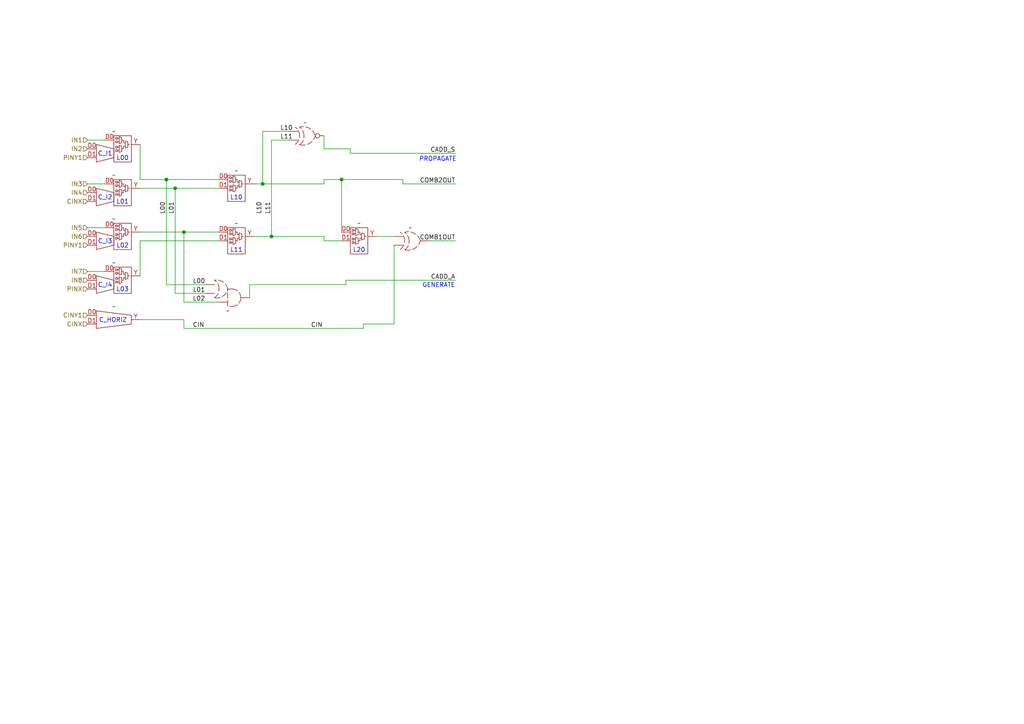
<source format=kicad_sch>
(kicad_sch
	(version 20250114)
	(generator "eeschema")
	(generator_version "9.0")
	(uuid "55858e3d-6709-4cfc-9891-60cca07c7250")
	(paper "A4")
	(title_block
		(title "CPE: Sum Output With Carry")
		(rev "4")
		(company "YosysHQ")
	)
	(lib_symbols
		(symbol "LUT2 with C_I mux_1"
			(exclude_from_sim no)
			(in_bom yes)
			(on_board yes)
			(property "Reference" "L"
				(at 0 3.556 0)
				(effects
					(font
						(size 1.27 1.27)
					)
				)
			)
			(property "Value" ""
				(at 0 0 0)
				(effects
					(font
						(size 1.27 1.27)
					)
				)
			)
			(property "Footprint" ""
				(at 0 0 0)
				(effects
					(font
						(size 1.27 1.27)
					)
					(hide yes)
				)
			)
			(property "Datasheet" ""
				(at 0 0 0)
				(effects
					(font
						(size 1.27 1.27)
					)
					(hide yes)
				)
			)
			(property "Description" ""
				(at 0 0 0)
				(effects
					(font
						(size 1.27 1.27)
					)
					(hide yes)
				)
			)
			(symbol "LUT2 with C_I mux_1_0_1"
				(polyline
					(pts
						(xy -7.62 0) (xy -7.62 -5.08) (xy -2.54 -3.81) (xy -2.54 -1.27) (xy -7.62 0)
					)
					(stroke
						(width 0)
						(type default)
					)
					(fill
						(type none)
					)
				)
				(rectangle
					(start -2.54 2.54)
					(end 2.54 -5.08)
					(stroke
						(width 0)
						(type default)
					)
					(fill
						(type none)
					)
				)
				(rectangle
					(start -2.032 2.032)
					(end -1.524 1.524)
					(stroke
						(width 0)
						(type default)
					)
					(fill
						(type none)
					)
				)
				(rectangle
					(start -2.032 1.016)
					(end -1.524 0.508)
					(stroke
						(width 0)
						(type default)
					)
					(fill
						(type none)
					)
				)
				(rectangle
					(start -2.032 -0.508)
					(end -1.524 -1.016)
					(stroke
						(width 0)
						(type default)
					)
					(fill
						(type none)
					)
				)
				(rectangle
					(start -2.032 -1.524)
					(end -1.524 -2.032)
					(stroke
						(width 0)
						(type default)
					)
					(fill
						(type none)
					)
				)
				(polyline
					(pts
						(xy -1.524 1.778) (xy -1.016 1.778)
					)
					(stroke
						(width 0)
						(type default)
					)
					(fill
						(type none)
					)
				)
				(polyline
					(pts
						(xy -1.524 0.762) (xy -1.016 0.762)
					)
					(stroke
						(width 0)
						(type default)
					)
					(fill
						(type none)
					)
				)
				(polyline
					(pts
						(xy -1.524 -0.762) (xy -1.016 -0.762)
					)
					(stroke
						(width 0)
						(type default)
					)
					(fill
						(type none)
					)
				)
				(polyline
					(pts
						(xy -1.524 -1.778) (xy -1.016 -1.778)
					)
					(stroke
						(width 0)
						(type default)
					)
					(fill
						(type none)
					)
				)
				(polyline
					(pts
						(xy -1.016 0.254) (xy -1.016 2.286) (xy -0.254 2.032) (xy -0.254 0.508) (xy -1.016 0.254)
					)
					(stroke
						(width 0)
						(type default)
					)
					(fill
						(type none)
					)
				)
				(polyline
					(pts
						(xy -1.016 -0.254) (xy -1.016 -2.286) (xy -0.254 -2.032) (xy -0.254 -0.508) (xy -1.016 -0.254)
					)
					(stroke
						(width 0)
						(type default)
					)
					(fill
						(type none)
					)
				)
				(polyline
					(pts
						(xy -0.254 1.27) (xy 0.254 1.27) (xy 0.254 0.508) (xy 0.762 0.508)
					)
					(stroke
						(width 0)
						(type default)
					)
					(fill
						(type none)
					)
				)
				(polyline
					(pts
						(xy -0.254 -1.27) (xy 0.254 -1.27) (xy 0.254 -0.508) (xy 0.762 -0.508)
					)
					(stroke
						(width 0)
						(type default)
					)
					(fill
						(type none)
					)
				)
				(polyline
					(pts
						(xy 0.762 -1.016) (xy 0.762 1.016) (xy 1.524 0.762) (xy 1.524 -0.762) (xy 0.762 -1.016)
					)
					(stroke
						(width 0)
						(type default)
					)
					(fill
						(type none)
					)
				)
				(polyline
					(pts
						(xy 1.524 0) (xy 2.032 0)
					)
					(stroke
						(width 0)
						(type default)
					)
					(fill
						(type none)
					)
				)
			)
			(symbol "LUT2 with C_I mux_1_1_1"
				(pin input line
					(at -10.16 -1.27 0)
					(length 2.54)
					(name ""
						(effects
							(font
								(size 1.27 1.27)
							)
						)
					)
					(number "D0"
						(effects
							(font
								(size 1.27 1.27)
							)
						)
					)
				)
				(pin input line
					(at -10.16 -3.81 0)
					(length 2.54)
					(name ""
						(effects
							(font
								(size 1.27 1.27)
							)
						)
					)
					(number "D1"
						(effects
							(font
								(size 1.27 1.27)
							)
						)
					)
				)
				(pin input line
					(at -5.08 1.27 0)
					(length 2.54)
					(name ""
						(effects
							(font
								(size 1.27 1.27)
							)
						)
					)
					(number "D0"
						(effects
							(font
								(size 1.27 1.27)
							)
						)
					)
				)
				(pin output line
					(at 5.08 0 180)
					(length 2.54)
					(name ""
						(effects
							(font
								(size 1.27 1.27)
							)
						)
					)
					(number "Y"
						(effects
							(font
								(size 1.27 1.27)
							)
						)
					)
				)
			)
			(embedded_fonts no)
		)
		(symbol "LUT2 with C_I mux_2"
			(exclude_from_sim no)
			(in_bom yes)
			(on_board yes)
			(property "Reference" "L"
				(at 0 3.556 0)
				(effects
					(font
						(size 1.27 1.27)
					)
				)
			)
			(property "Value" ""
				(at 0 0 0)
				(effects
					(font
						(size 1.27 1.27)
					)
				)
			)
			(property "Footprint" ""
				(at 0 0 0)
				(effects
					(font
						(size 1.27 1.27)
					)
					(hide yes)
				)
			)
			(property "Datasheet" ""
				(at 0 0 0)
				(effects
					(font
						(size 1.27 1.27)
					)
					(hide yes)
				)
			)
			(property "Description" ""
				(at 0 0 0)
				(effects
					(font
						(size 1.27 1.27)
					)
					(hide yes)
				)
			)
			(symbol "LUT2 with C_I mux_2_0_1"
				(polyline
					(pts
						(xy -7.62 0) (xy -7.62 -5.08) (xy -2.54 -3.81) (xy -2.54 -1.27) (xy -7.62 0)
					)
					(stroke
						(width 0)
						(type default)
					)
					(fill
						(type none)
					)
				)
				(rectangle
					(start -2.54 2.54)
					(end 2.54 -5.08)
					(stroke
						(width 0)
						(type default)
					)
					(fill
						(type none)
					)
				)
				(rectangle
					(start -2.032 2.032)
					(end -1.524 1.524)
					(stroke
						(width 0)
						(type default)
					)
					(fill
						(type none)
					)
				)
				(rectangle
					(start -2.032 1.016)
					(end -1.524 0.508)
					(stroke
						(width 0)
						(type default)
					)
					(fill
						(type none)
					)
				)
				(rectangle
					(start -2.032 -0.508)
					(end -1.524 -1.016)
					(stroke
						(width 0)
						(type default)
					)
					(fill
						(type none)
					)
				)
				(rectangle
					(start -2.032 -1.524)
					(end -1.524 -2.032)
					(stroke
						(width 0)
						(type default)
					)
					(fill
						(type none)
					)
				)
				(polyline
					(pts
						(xy -1.524 1.778) (xy -1.016 1.778)
					)
					(stroke
						(width 0)
						(type default)
					)
					(fill
						(type none)
					)
				)
				(polyline
					(pts
						(xy -1.524 0.762) (xy -1.016 0.762)
					)
					(stroke
						(width 0)
						(type default)
					)
					(fill
						(type none)
					)
				)
				(polyline
					(pts
						(xy -1.524 -0.762) (xy -1.016 -0.762)
					)
					(stroke
						(width 0)
						(type default)
					)
					(fill
						(type none)
					)
				)
				(polyline
					(pts
						(xy -1.524 -1.778) (xy -1.016 -1.778)
					)
					(stroke
						(width 0)
						(type default)
					)
					(fill
						(type none)
					)
				)
				(polyline
					(pts
						(xy -1.016 0.254) (xy -1.016 2.286) (xy -0.254 2.032) (xy -0.254 0.508) (xy -1.016 0.254)
					)
					(stroke
						(width 0)
						(type default)
					)
					(fill
						(type none)
					)
				)
				(polyline
					(pts
						(xy -1.016 -0.254) (xy -1.016 -2.286) (xy -0.254 -2.032) (xy -0.254 -0.508) (xy -1.016 -0.254)
					)
					(stroke
						(width 0)
						(type default)
					)
					(fill
						(type none)
					)
				)
				(polyline
					(pts
						(xy -0.254 1.27) (xy 0.254 1.27) (xy 0.254 0.508) (xy 0.762 0.508)
					)
					(stroke
						(width 0)
						(type default)
					)
					(fill
						(type none)
					)
				)
				(polyline
					(pts
						(xy -0.254 -1.27) (xy 0.254 -1.27) (xy 0.254 -0.508) (xy 0.762 -0.508)
					)
					(stroke
						(width 0)
						(type default)
					)
					(fill
						(type none)
					)
				)
				(polyline
					(pts
						(xy 0.762 -1.016) (xy 0.762 1.016) (xy 1.524 0.762) (xy 1.524 -0.762) (xy 0.762 -1.016)
					)
					(stroke
						(width 0)
						(type default)
					)
					(fill
						(type none)
					)
				)
				(polyline
					(pts
						(xy 1.524 0) (xy 2.032 0)
					)
					(stroke
						(width 0)
						(type default)
					)
					(fill
						(type none)
					)
				)
			)
			(symbol "LUT2 with C_I mux_2_1_1"
				(pin input line
					(at -10.16 -1.27 0)
					(length 2.54)
					(name ""
						(effects
							(font
								(size 1.27 1.27)
							)
						)
					)
					(number "D0"
						(effects
							(font
								(size 1.27 1.27)
							)
						)
					)
				)
				(pin input line
					(at -10.16 -3.81 0)
					(length 2.54)
					(name ""
						(effects
							(font
								(size 1.27 1.27)
							)
						)
					)
					(number "D1"
						(effects
							(font
								(size 1.27 1.27)
							)
						)
					)
				)
				(pin input line
					(at -5.08 1.27 0)
					(length 2.54)
					(name ""
						(effects
							(font
								(size 1.27 1.27)
							)
						)
					)
					(number "D0"
						(effects
							(font
								(size 1.27 1.27)
							)
						)
					)
				)
				(pin output line
					(at 5.08 0 180)
					(length 2.54)
					(name ""
						(effects
							(font
								(size 1.27 1.27)
							)
						)
					)
					(number "Y"
						(effects
							(font
								(size 1.27 1.27)
							)
						)
					)
				)
			)
			(embedded_fonts no)
		)
		(symbol "LUT2 with C_I mux_3"
			(exclude_from_sim no)
			(in_bom yes)
			(on_board yes)
			(property "Reference" "L"
				(at 0 3.556 0)
				(effects
					(font
						(size 1.27 1.27)
					)
				)
			)
			(property "Value" ""
				(at 0 0 0)
				(effects
					(font
						(size 1.27 1.27)
					)
				)
			)
			(property "Footprint" ""
				(at 0 0 0)
				(effects
					(font
						(size 1.27 1.27)
					)
					(hide yes)
				)
			)
			(property "Datasheet" ""
				(at 0 0 0)
				(effects
					(font
						(size 1.27 1.27)
					)
					(hide yes)
				)
			)
			(property "Description" ""
				(at 0 0 0)
				(effects
					(font
						(size 1.27 1.27)
					)
					(hide yes)
				)
			)
			(symbol "LUT2 with C_I mux_3_0_1"
				(polyline
					(pts
						(xy -7.62 0) (xy -7.62 -5.08) (xy -2.54 -3.81) (xy -2.54 -1.27) (xy -7.62 0)
					)
					(stroke
						(width 0)
						(type default)
					)
					(fill
						(type none)
					)
				)
				(rectangle
					(start -2.54 2.54)
					(end 2.54 -5.08)
					(stroke
						(width 0)
						(type default)
					)
					(fill
						(type none)
					)
				)
				(rectangle
					(start -2.032 2.032)
					(end -1.524 1.524)
					(stroke
						(width 0)
						(type default)
					)
					(fill
						(type none)
					)
				)
				(rectangle
					(start -2.032 1.016)
					(end -1.524 0.508)
					(stroke
						(width 0)
						(type default)
					)
					(fill
						(type none)
					)
				)
				(rectangle
					(start -2.032 -0.508)
					(end -1.524 -1.016)
					(stroke
						(width 0)
						(type default)
					)
					(fill
						(type none)
					)
				)
				(rectangle
					(start -2.032 -1.524)
					(end -1.524 -2.032)
					(stroke
						(width 0)
						(type default)
					)
					(fill
						(type none)
					)
				)
				(polyline
					(pts
						(xy -1.524 1.778) (xy -1.016 1.778)
					)
					(stroke
						(width 0)
						(type default)
					)
					(fill
						(type none)
					)
				)
				(polyline
					(pts
						(xy -1.524 0.762) (xy -1.016 0.762)
					)
					(stroke
						(width 0)
						(type default)
					)
					(fill
						(type none)
					)
				)
				(polyline
					(pts
						(xy -1.524 -0.762) (xy -1.016 -0.762)
					)
					(stroke
						(width 0)
						(type default)
					)
					(fill
						(type none)
					)
				)
				(polyline
					(pts
						(xy -1.524 -1.778) (xy -1.016 -1.778)
					)
					(stroke
						(width 0)
						(type default)
					)
					(fill
						(type none)
					)
				)
				(polyline
					(pts
						(xy -1.016 0.254) (xy -1.016 2.286) (xy -0.254 2.032) (xy -0.254 0.508) (xy -1.016 0.254)
					)
					(stroke
						(width 0)
						(type default)
					)
					(fill
						(type none)
					)
				)
				(polyline
					(pts
						(xy -1.016 -0.254) (xy -1.016 -2.286) (xy -0.254 -2.032) (xy -0.254 -0.508) (xy -1.016 -0.254)
					)
					(stroke
						(width 0)
						(type default)
					)
					(fill
						(type none)
					)
				)
				(polyline
					(pts
						(xy -0.254 1.27) (xy 0.254 1.27) (xy 0.254 0.508) (xy 0.762 0.508)
					)
					(stroke
						(width 0)
						(type default)
					)
					(fill
						(type none)
					)
				)
				(polyline
					(pts
						(xy -0.254 -1.27) (xy 0.254 -1.27) (xy 0.254 -0.508) (xy 0.762 -0.508)
					)
					(stroke
						(width 0)
						(type default)
					)
					(fill
						(type none)
					)
				)
				(polyline
					(pts
						(xy 0.762 -1.016) (xy 0.762 1.016) (xy 1.524 0.762) (xy 1.524 -0.762) (xy 0.762 -1.016)
					)
					(stroke
						(width 0)
						(type default)
					)
					(fill
						(type none)
					)
				)
				(polyline
					(pts
						(xy 1.524 0) (xy 2.032 0)
					)
					(stroke
						(width 0)
						(type default)
					)
					(fill
						(type none)
					)
				)
			)
			(symbol "LUT2 with C_I mux_3_1_1"
				(pin input line
					(at -10.16 -1.27 0)
					(length 2.54)
					(name ""
						(effects
							(font
								(size 1.27 1.27)
							)
						)
					)
					(number "D0"
						(effects
							(font
								(size 1.27 1.27)
							)
						)
					)
				)
				(pin input line
					(at -10.16 -3.81 0)
					(length 2.54)
					(name ""
						(effects
							(font
								(size 1.27 1.27)
							)
						)
					)
					(number "D1"
						(effects
							(font
								(size 1.27 1.27)
							)
						)
					)
				)
				(pin input line
					(at -5.08 1.27 0)
					(length 2.54)
					(name ""
						(effects
							(font
								(size 1.27 1.27)
							)
						)
					)
					(number "D0"
						(effects
							(font
								(size 1.27 1.27)
							)
						)
					)
				)
				(pin output line
					(at 5.08 0 180)
					(length 2.54)
					(name ""
						(effects
							(font
								(size 1.27 1.27)
							)
						)
					)
					(number "Y"
						(effects
							(font
								(size 1.27 1.27)
							)
						)
					)
				)
			)
			(embedded_fonts no)
		)
		(symbol "peppercorn:AO21"
			(exclude_from_sim no)
			(in_bom yes)
			(on_board yes)
			(property "Reference" "U"
				(at 0 0 0)
				(effects
					(font
						(size 1.27 1.27)
					)
				)
			)
			(property "Value" ""
				(at 0 0 0)
				(effects
					(font
						(size 1.27 1.27)
					)
				)
			)
			(property "Footprint" ""
				(at 0 0 0)
				(effects
					(font
						(size 1.27 1.27)
					)
					(hide yes)
				)
			)
			(property "Datasheet" ""
				(at 0 0 0)
				(effects
					(font
						(size 1.27 1.27)
					)
					(hide yes)
				)
			)
			(property "Description" ""
				(at 0 0 0)
				(effects
					(font
						(size 1.27 1.27)
					)
					(hide yes)
				)
			)
			(symbol "AO21_1_1"
				(arc
					(start -1.27 2.54)
					(mid -0.3243 1.4253)
					(end 0 0)
					(stroke
						(width 0)
						(type dash)
					)
					(fill
						(type none)
					)
				)
				(arc
					(start 0 0)
					(mid -0.2725 -1.4513)
					(end -1.27 -2.54)
					(stroke
						(width 0)
						(type dash)
					)
					(fill
						(type none)
					)
				)
				(arc
					(start -1.2702 2.5398)
					(mid 1.1609 2.059)
					(end 2.54 0)
					(stroke
						(width 0)
						(type dash)
					)
					(fill
						(type none)
					)
				)
				(arc
					(start 2.54 0)
					(mid 1.161 -2.0591)
					(end -1.2702 -2.5398)
					(stroke
						(width 0)
						(type dash)
					)
					(fill
						(type none)
					)
				)
				(arc
					(start 3.81 5.08)
					(mid 5.6061 4.3361)
					(end 6.35 2.54)
					(stroke
						(width 0)
						(type dash)
					)
					(fill
						(type none)
					)
				)
				(arc
					(start 6.35 2.54)
					(mid 5.6061 0.7439)
					(end 3.81 0)
					(stroke
						(width 0)
						(type dash)
					)
					(fill
						(type none)
					)
				)
				(polyline
					(pts
						(xy 3.81 0) (xy 2.54 0) (xy 2.54 5.08) (xy 3.81 5.08)
					)
					(stroke
						(width 0)
						(type dash)
					)
					(fill
						(type none)
					)
				)
				(pin input line
					(at -3.81 1.27 0)
					(length 2.54)
					(name ""
						(effects
							(font
								(size 1.27 1.27)
							)
						)
					)
					(number ""
						(effects
							(font
								(size 1.27 1.27)
							)
						)
					)
				)
				(pin input line
					(at -3.81 -1.27 0)
					(length 2.54)
					(name ""
						(effects
							(font
								(size 1.27 1.27)
							)
						)
					)
					(number ""
						(effects
							(font
								(size 1.27 1.27)
							)
						)
					)
				)
				(pin input line
					(at 0 3.81 0)
					(length 2.54)
					(name ""
						(effects
							(font
								(size 1.27 1.27)
							)
						)
					)
					(number ""
						(effects
							(font
								(size 1.27 1.27)
							)
						)
					)
				)
				(pin output line
					(at 8.89 2.54 180)
					(length 2.54)
					(name ""
						(effects
							(font
								(size 1.27 1.27)
							)
						)
					)
					(number ""
						(effects
							(font
								(size 1.27 1.27)
							)
						)
					)
				)
			)
			(embedded_fonts no)
		)
		(symbol "peppercorn:LUT2"
			(exclude_from_sim no)
			(in_bom yes)
			(on_board yes)
			(property "Reference" "L"
				(at 0 3.556 0)
				(effects
					(font
						(size 1.27 1.27)
					)
				)
			)
			(property "Value" ""
				(at 0 0 0)
				(effects
					(font
						(size 1.27 1.27)
					)
				)
			)
			(property "Footprint" ""
				(at 0 0 0)
				(effects
					(font
						(size 1.27 1.27)
					)
					(hide yes)
				)
			)
			(property "Datasheet" ""
				(at 0 0 0)
				(effects
					(font
						(size 1.27 1.27)
					)
					(hide yes)
				)
			)
			(property "Description" ""
				(at 0 0 0)
				(effects
					(font
						(size 1.27 1.27)
					)
					(hide yes)
				)
			)
			(symbol "LUT2_0_1"
				(rectangle
					(start -2.54 2.54)
					(end 2.54 -5.08)
					(stroke
						(width 0)
						(type default)
					)
					(fill
						(type none)
					)
				)
				(rectangle
					(start -2.032 2.032)
					(end -1.524 1.524)
					(stroke
						(width 0)
						(type default)
					)
					(fill
						(type none)
					)
				)
				(rectangle
					(start -2.032 1.016)
					(end -1.524 0.508)
					(stroke
						(width 0)
						(type default)
					)
					(fill
						(type none)
					)
				)
				(rectangle
					(start -2.032 -0.508)
					(end -1.524 -1.016)
					(stroke
						(width 0)
						(type default)
					)
					(fill
						(type none)
					)
				)
				(rectangle
					(start -2.032 -1.524)
					(end -1.524 -2.032)
					(stroke
						(width 0)
						(type default)
					)
					(fill
						(type none)
					)
				)
				(polyline
					(pts
						(xy -1.524 1.778) (xy -1.016 1.778)
					)
					(stroke
						(width 0)
						(type default)
					)
					(fill
						(type none)
					)
				)
				(polyline
					(pts
						(xy -1.524 0.762) (xy -1.016 0.762)
					)
					(stroke
						(width 0)
						(type default)
					)
					(fill
						(type none)
					)
				)
				(polyline
					(pts
						(xy -1.524 -0.762) (xy -1.016 -0.762)
					)
					(stroke
						(width 0)
						(type default)
					)
					(fill
						(type none)
					)
				)
				(polyline
					(pts
						(xy -1.524 -1.778) (xy -1.016 -1.778)
					)
					(stroke
						(width 0)
						(type default)
					)
					(fill
						(type none)
					)
				)
				(polyline
					(pts
						(xy -1.016 0.254) (xy -1.016 2.286) (xy -0.254 2.032) (xy -0.254 0.508) (xy -1.016 0.254)
					)
					(stroke
						(width 0)
						(type default)
					)
					(fill
						(type none)
					)
				)
				(polyline
					(pts
						(xy -1.016 -0.254) (xy -1.016 -2.286) (xy -0.254 -2.032) (xy -0.254 -0.508) (xy -1.016 -0.254)
					)
					(stroke
						(width 0)
						(type default)
					)
					(fill
						(type none)
					)
				)
				(polyline
					(pts
						(xy -0.254 1.27) (xy 0.254 1.27) (xy 0.254 0.508) (xy 0.762 0.508)
					)
					(stroke
						(width 0)
						(type default)
					)
					(fill
						(type none)
					)
				)
				(polyline
					(pts
						(xy -0.254 -1.27) (xy 0.254 -1.27) (xy 0.254 -0.508) (xy 0.762 -0.508)
					)
					(stroke
						(width 0)
						(type default)
					)
					(fill
						(type none)
					)
				)
				(polyline
					(pts
						(xy 0.762 -1.016) (xy 0.762 1.016) (xy 1.524 0.762) (xy 1.524 -0.762) (xy 0.762 -1.016)
					)
					(stroke
						(width 0)
						(type default)
					)
					(fill
						(type none)
					)
				)
				(polyline
					(pts
						(xy 1.524 0) (xy 2.032 0)
					)
					(stroke
						(width 0)
						(type default)
					)
					(fill
						(type none)
					)
				)
			)
			(symbol "LUT2_1_1"
				(pin input line
					(at -5.08 1.27 0)
					(length 2.54)
					(name ""
						(effects
							(font
								(size 1.27 1.27)
							)
						)
					)
					(number "D0"
						(effects
							(font
								(size 1.27 1.27)
							)
						)
					)
				)
				(pin input line
					(at -5.08 -1.27 0)
					(length 2.54)
					(name ""
						(effects
							(font
								(size 1.27 1.27)
							)
						)
					)
					(number "D1"
						(effects
							(font
								(size 1.27 1.27)
							)
						)
					)
				)
				(pin output line
					(at 5.08 0 180)
					(length 2.54)
					(name ""
						(effects
							(font
								(size 1.27 1.27)
							)
						)
					)
					(number "Y"
						(effects
							(font
								(size 1.27 1.27)
							)
						)
					)
				)
			)
			(embedded_fonts no)
		)
		(symbol "peppercorn:LUT2 with C_I mux"
			(exclude_from_sim no)
			(in_bom yes)
			(on_board yes)
			(property "Reference" "L"
				(at 0 3.556 0)
				(effects
					(font
						(size 1.27 1.27)
					)
				)
			)
			(property "Value" ""
				(at 0 0 0)
				(effects
					(font
						(size 1.27 1.27)
					)
				)
			)
			(property "Footprint" ""
				(at 0 0 0)
				(effects
					(font
						(size 1.27 1.27)
					)
					(hide yes)
				)
			)
			(property "Datasheet" ""
				(at 0 0 0)
				(effects
					(font
						(size 1.27 1.27)
					)
					(hide yes)
				)
			)
			(property "Description" ""
				(at 0 0 0)
				(effects
					(font
						(size 1.27 1.27)
					)
					(hide yes)
				)
			)
			(symbol "LUT2 with C_I mux_0_1"
				(polyline
					(pts
						(xy -7.62 0) (xy -7.62 -5.08) (xy -2.54 -3.81) (xy -2.54 -1.27) (xy -7.62 0)
					)
					(stroke
						(width 0)
						(type default)
					)
					(fill
						(type none)
					)
				)
				(rectangle
					(start -2.54 2.54)
					(end 2.54 -5.08)
					(stroke
						(width 0)
						(type default)
					)
					(fill
						(type none)
					)
				)
				(rectangle
					(start -2.032 2.032)
					(end -1.524 1.524)
					(stroke
						(width 0)
						(type default)
					)
					(fill
						(type none)
					)
				)
				(rectangle
					(start -2.032 1.016)
					(end -1.524 0.508)
					(stroke
						(width 0)
						(type default)
					)
					(fill
						(type none)
					)
				)
				(rectangle
					(start -2.032 -0.508)
					(end -1.524 -1.016)
					(stroke
						(width 0)
						(type default)
					)
					(fill
						(type none)
					)
				)
				(rectangle
					(start -2.032 -1.524)
					(end -1.524 -2.032)
					(stroke
						(width 0)
						(type default)
					)
					(fill
						(type none)
					)
				)
				(polyline
					(pts
						(xy -1.524 1.778) (xy -1.016 1.778)
					)
					(stroke
						(width 0)
						(type default)
					)
					(fill
						(type none)
					)
				)
				(polyline
					(pts
						(xy -1.524 0.762) (xy -1.016 0.762)
					)
					(stroke
						(width 0)
						(type default)
					)
					(fill
						(type none)
					)
				)
				(polyline
					(pts
						(xy -1.524 -0.762) (xy -1.016 -0.762)
					)
					(stroke
						(width 0)
						(type default)
					)
					(fill
						(type none)
					)
				)
				(polyline
					(pts
						(xy -1.524 -1.778) (xy -1.016 -1.778)
					)
					(stroke
						(width 0)
						(type default)
					)
					(fill
						(type none)
					)
				)
				(polyline
					(pts
						(xy -1.016 0.254) (xy -1.016 2.286) (xy -0.254 2.032) (xy -0.254 0.508) (xy -1.016 0.254)
					)
					(stroke
						(width 0)
						(type default)
					)
					(fill
						(type none)
					)
				)
				(polyline
					(pts
						(xy -1.016 -0.254) (xy -1.016 -2.286) (xy -0.254 -2.032) (xy -0.254 -0.508) (xy -1.016 -0.254)
					)
					(stroke
						(width 0)
						(type default)
					)
					(fill
						(type none)
					)
				)
				(polyline
					(pts
						(xy -0.254 1.27) (xy 0.254 1.27) (xy 0.254 0.508) (xy 0.762 0.508)
					)
					(stroke
						(width 0)
						(type default)
					)
					(fill
						(type none)
					)
				)
				(polyline
					(pts
						(xy -0.254 -1.27) (xy 0.254 -1.27) (xy 0.254 -0.508) (xy 0.762 -0.508)
					)
					(stroke
						(width 0)
						(type default)
					)
					(fill
						(type none)
					)
				)
				(polyline
					(pts
						(xy 0.762 -1.016) (xy 0.762 1.016) (xy 1.524 0.762) (xy 1.524 -0.762) (xy 0.762 -1.016)
					)
					(stroke
						(width 0)
						(type default)
					)
					(fill
						(type none)
					)
				)
				(polyline
					(pts
						(xy 1.524 0) (xy 2.032 0)
					)
					(stroke
						(width 0)
						(type default)
					)
					(fill
						(type none)
					)
				)
			)
			(symbol "LUT2 with C_I mux_1_1"
				(pin input line
					(at -10.16 -1.27 0)
					(length 2.54)
					(name ""
						(effects
							(font
								(size 1.27 1.27)
							)
						)
					)
					(number "D0"
						(effects
							(font
								(size 1.27 1.27)
							)
						)
					)
				)
				(pin input line
					(at -10.16 -3.81 0)
					(length 2.54)
					(name ""
						(effects
							(font
								(size 1.27 1.27)
							)
						)
					)
					(number "D1"
						(effects
							(font
								(size 1.27 1.27)
							)
						)
					)
				)
				(pin input line
					(at -5.08 1.27 0)
					(length 2.54)
					(name ""
						(effects
							(font
								(size 1.27 1.27)
							)
						)
					)
					(number "D0"
						(effects
							(font
								(size 1.27 1.27)
							)
						)
					)
				)
				(pin output line
					(at 5.08 0 180)
					(length 2.54)
					(name ""
						(effects
							(font
								(size 1.27 1.27)
							)
						)
					)
					(number "Y"
						(effects
							(font
								(size 1.27 1.27)
							)
						)
					)
				)
			)
			(embedded_fonts no)
		)
		(symbol "peppercorn:MUX2B"
			(exclude_from_sim no)
			(in_bom yes)
			(on_board yes)
			(property "Reference" "C"
				(at 0 -3.81 0)
				(effects
					(font
						(size 1.27 1.27)
					)
					(hide yes)
				)
			)
			(property "Value" ""
				(at 0 0 0)
				(effects
					(font
						(size 1.27 1.27)
					)
				)
			)
			(property "Footprint" ""
				(at 0 0 0)
				(effects
					(font
						(size 1.27 1.27)
					)
					(hide yes)
				)
			)
			(property "Datasheet" ""
				(at 0 0 0)
				(effects
					(font
						(size 1.27 1.27)
					)
					(hide yes)
				)
			)
			(property "Description" ""
				(at 0 0 0)
				(effects
					(font
						(size 1.27 1.27)
					)
					(hide yes)
				)
			)
			(symbol "MUX2B_0_1"
				(polyline
					(pts
						(xy -5.08 2.54) (xy -5.08 -2.54) (xy 5.08 -1.27) (xy 5.08 1.27) (xy -5.08 2.54)
					)
					(stroke
						(width 0)
						(type default)
					)
					(fill
						(type none)
					)
				)
			)
			(symbol "MUX2B_1_1"
				(pin input line
					(at -7.62 1.27 0)
					(length 2.54)
					(name ""
						(effects
							(font
								(size 1.27 1.27)
							)
						)
					)
					(number "D0"
						(effects
							(font
								(size 1.27 1.27)
							)
						)
					)
				)
				(pin input line
					(at -7.62 -1.27 0)
					(length 2.54)
					(name ""
						(effects
							(font
								(size 1.27 1.27)
							)
						)
					)
					(number "D1"
						(effects
							(font
								(size 1.27 1.27)
							)
						)
					)
				)
				(pin output line
					(at 7.62 0 180)
					(length 2.54)
					(name ""
						(effects
							(font
								(size 1.27 1.27)
							)
						)
					)
					(number "Y"
						(effects
							(font
								(size 1.27 1.27)
							)
						)
					)
				)
			)
			(embedded_fonts no)
		)
		(symbol "peppercorn:XNOR"
			(exclude_from_sim no)
			(in_bom yes)
			(on_board yes)
			(property "Reference" "U"
				(at 0 0 0)
				(effects
					(font
						(size 1.27 1.27)
					)
				)
			)
			(property "Value" ""
				(at 0 0 0)
				(effects
					(font
						(size 1.27 1.27)
					)
				)
			)
			(property "Footprint" ""
				(at 0 0 0)
				(effects
					(font
						(size 1.27 1.27)
					)
					(hide yes)
				)
			)
			(property "Datasheet" ""
				(at 0 0 0)
				(effects
					(font
						(size 1.27 1.27)
					)
					(hide yes)
				)
			)
			(property "Description" ""
				(at 0 0 0)
				(effects
					(font
						(size 1.27 1.27)
					)
					(hide yes)
				)
			)
			(symbol "XNOR_1_1"
				(arc
					(start -3.2746 2.4902)
					(mid -2.3289 1.3755)
					(end -2.0046 -0.0498)
					(stroke
						(width 0)
						(type dash)
					)
					(fill
						(type none)
					)
				)
				(arc
					(start -2.0046 0.0498)
					(mid -2.3289 -1.3755)
					(end -3.2746 -2.4902)
					(stroke
						(width 0)
						(type dash)
					)
					(fill
						(type none)
					)
				)
				(arc
					(start -2.005 2.49)
					(mid -1.0593 1.3753)
					(end -0.735 -0.05)
					(stroke
						(width 0)
						(type dash)
					)
					(fill
						(type none)
					)
				)
				(arc
					(start -0.735 -0.05)
					(mid -1.0075 -1.5013)
					(end -2.005 -2.59)
					(stroke
						(width 0)
						(type dash)
					)
					(fill
						(type none)
					)
				)
				(arc
					(start 2.54 0)
					(mid 0.8038 -2.2363)
					(end -2.0052 -2.5898)
					(stroke
						(width 0)
						(type dash)
					)
					(fill
						(type none)
					)
				)
				(arc
					(start -2.0052 2.4898)
					(mid 0.7831 2.1863)
					(end 2.54 0)
					(stroke
						(width 0)
						(type dash)
					)
					(fill
						(type none)
					)
				)
				(pin input line
					(at -5.08 1.27 0)
					(length 2.54)
					(name ""
						(effects
							(font
								(size 1.27 1.27)
							)
						)
					)
					(number ""
						(effects
							(font
								(size 1.27 1.27)
							)
						)
					)
				)
				(pin input line
					(at -5.08 -1.27 0)
					(length 2.54)
					(name ""
						(effects
							(font
								(size 1.27 1.27)
							)
						)
					)
					(number ""
						(effects
							(font
								(size 1.27 1.27)
							)
						)
					)
				)
				(pin input inverted
					(at 5.08 0 180)
					(length 2.54)
					(name ""
						(effects
							(font
								(size 1.27 1.27)
							)
						)
					)
					(number ""
						(effects
							(font
								(size 1.27 1.27)
							)
						)
					)
				)
			)
			(embedded_fonts no)
		)
		(symbol "peppercorn:XOR"
			(exclude_from_sim no)
			(in_bom yes)
			(on_board yes)
			(property "Reference" "U"
				(at 0 0 0)
				(effects
					(font
						(size 1.27 1.27)
					)
				)
			)
			(property "Value" ""
				(at 0 0 0)
				(effects
					(font
						(size 1.27 1.27)
					)
				)
			)
			(property "Footprint" ""
				(at 0 0 0)
				(effects
					(font
						(size 1.27 1.27)
					)
					(hide yes)
				)
			)
			(property "Datasheet" ""
				(at 0 0 0)
				(effects
					(font
						(size 1.27 1.27)
					)
					(hide yes)
				)
			)
			(property "Description" ""
				(at 0 0 0)
				(effects
					(font
						(size 1.27 1.27)
					)
					(hide yes)
				)
			)
			(symbol "XOR_1_1"
				(arc
					(start -3.2746 2.4902)
					(mid -2.3289 1.3755)
					(end -2.0046 -0.0498)
					(stroke
						(width 0)
						(type dash)
					)
					(fill
						(type none)
					)
				)
				(arc
					(start -2.0046 0.0498)
					(mid -2.3289 -1.3755)
					(end -3.2746 -2.4902)
					(stroke
						(width 0)
						(type dash)
					)
					(fill
						(type none)
					)
				)
				(arc
					(start -2.005 2.49)
					(mid -1.0593 1.3753)
					(end -0.735 -0.05)
					(stroke
						(width 0)
						(type dash)
					)
					(fill
						(type none)
					)
				)
				(arc
					(start -0.735 -0.05)
					(mid -1.0075 -1.5013)
					(end -2.005 -2.59)
					(stroke
						(width 0)
						(type dash)
					)
					(fill
						(type none)
					)
				)
				(arc
					(start 2.54 0)
					(mid 0.8038 -2.2363)
					(end -2.0052 -2.5898)
					(stroke
						(width 0)
						(type dash)
					)
					(fill
						(type none)
					)
				)
				(arc
					(start -2.0052 2.4898)
					(mid 0.7831 2.1863)
					(end 2.54 0)
					(stroke
						(width 0)
						(type dash)
					)
					(fill
						(type none)
					)
				)
				(pin input line
					(at -5.08 1.27 0)
					(length 2.54)
					(name ""
						(effects
							(font
								(size 1.27 1.27)
							)
						)
					)
					(number ""
						(effects
							(font
								(size 1.27 1.27)
							)
						)
					)
				)
				(pin input line
					(at -5.08 -1.27 0)
					(length 2.54)
					(name ""
						(effects
							(font
								(size 1.27 1.27)
							)
						)
					)
					(number ""
						(effects
							(font
								(size 1.27 1.27)
							)
						)
					)
				)
				(pin input line
					(at 5.08 0 180)
					(length 2.54)
					(name ""
						(effects
							(font
								(size 1.27 1.27)
							)
						)
					)
					(number ""
						(effects
							(font
								(size 1.27 1.27)
							)
						)
					)
				)
			)
			(embedded_fonts no)
		)
	)
	(text "L03"
		(exclude_from_sim no)
		(at 35.56 84.074 0)
		(effects
			(font
				(size 1.27 1.27)
			)
		)
		(uuid "0be46cc0-ba37-4452-b967-da31bade06a7")
	)
	(text "PROPAGATE"
		(exclude_from_sim no)
		(at 127 46.228 0)
		(effects
			(font
				(size 1.27 1.27)
			)
		)
		(uuid "19994e1a-9446-4088-bf2e-f440999d5bf2")
	)
	(text "L01"
		(exclude_from_sim no)
		(at 35.56 58.674 0)
		(effects
			(font
				(size 1.27 1.27)
			)
		)
		(uuid "3c2c0ebc-a0d1-4073-a3de-4d91438b4699")
	)
	(text "L20"
		(exclude_from_sim no)
		(at 104.14 72.644 0)
		(effects
			(font
				(size 1.27 1.27)
			)
		)
		(uuid "3cfb97ac-472a-4bb2-a08e-fe60403e2ac3")
	)
	(text "C_I4"
		(exclude_from_sim no)
		(at 30.48 82.804 0)
		(effects
			(font
				(size 1.27 1.27)
			)
		)
		(uuid "493305a9-70f0-43f3-a94f-4b842f19569d")
	)
	(text "C_I3"
		(exclude_from_sim no)
		(at 30.48 70.104 0)
		(effects
			(font
				(size 1.27 1.27)
			)
		)
		(uuid "5472e927-cba4-4bc4-80cd-31b4e306b880")
	)
	(text "L02"
		(exclude_from_sim no)
		(at 35.56 71.374 0)
		(effects
			(font
				(size 1.27 1.27)
			)
		)
		(uuid "88c68439-f636-485d-b582-c79770d61f6f")
	)
	(text "C_HORIZ"
		(exclude_from_sim no)
		(at 32.766 92.964 0)
		(effects
			(font
				(size 1.27 1.27)
			)
		)
		(uuid "97f10297-f772-4c44-9594-e0cda7b174a4")
	)
	(text "C_I2"
		(exclude_from_sim no)
		(at 30.48 57.404 0)
		(effects
			(font
				(size 1.27 1.27)
			)
		)
		(uuid "a105b597-189c-4e0d-a288-d86d51f1932e")
	)
	(text "C_I1"
		(exclude_from_sim no)
		(at 30.48 44.704 0)
		(effects
			(font
				(size 1.27 1.27)
			)
		)
		(uuid "af20a8c3-1aef-4a26-8cfd-8c1eaebfd846")
	)
	(text "L10"
		(exclude_from_sim no)
		(at 68.58 57.404 0)
		(effects
			(font
				(size 1.27 1.27)
			)
		)
		(uuid "da72c5b6-b2f6-40b0-a9e4-c3fb7931a60b")
	)
	(text "L00"
		(exclude_from_sim no)
		(at 35.56 45.974 0)
		(effects
			(font
				(size 1.27 1.27)
			)
		)
		(uuid "e2697f44-be27-4bfe-8704-1c70356070bf")
	)
	(text "GENERATE"
		(exclude_from_sim no)
		(at 127.254 82.804 0)
		(effects
			(font
				(size 1.27 1.27)
			)
		)
		(uuid "e3ae78d3-ffbc-46ea-ab72-5418845abf74")
	)
	(text "L11"
		(exclude_from_sim no)
		(at 68.58 72.644 0)
		(effects
			(font
				(size 1.27 1.27)
			)
		)
		(uuid "f1a9bd13-ac3b-4b19-b1ac-57f867001838")
	)
	(junction
		(at 76.2 53.34)
		(diameter 0)
		(color 0 0 0 0)
		(uuid "0126c383-73de-4e78-9a55-e9716d88ed6d")
	)
	(junction
		(at 50.8 54.61)
		(diameter 0)
		(color 0 0 0 0)
		(uuid "2144e4ac-7f5c-4c67-877e-65bb28dc40a6")
	)
	(junction
		(at 78.74 68.58)
		(diameter 0)
		(color 0 0 0 0)
		(uuid "7e439f3b-2ea5-4244-9228-9d8cf97c9180")
	)
	(junction
		(at 48.26 52.07)
		(diameter 0)
		(color 0 0 0 0)
		(uuid "9aac693f-d5ca-42df-bfe6-adb853d9c893")
	)
	(junction
		(at 53.34 67.31)
		(diameter 0)
		(color 0 0 0 0)
		(uuid "e6df171a-d17f-4a7f-ab9d-bbe3d51f6735")
	)
	(junction
		(at 99.06 52.07)
		(diameter 0)
		(color 0 0 0 0)
		(uuid "f4440555-d172-4ceb-96a8-b3d0aab269a5")
	)
	(wire
		(pts
			(xy 100.33 82.55) (xy 100.33 81.28)
		)
		(stroke
			(width 0)
			(type default)
		)
		(uuid "02c05c18-087b-4289-8dff-b6d7c4f2ad20")
	)
	(wire
		(pts
			(xy 40.64 92.71) (xy 53.34 92.71)
		)
		(stroke
			(width 0)
			(type default)
		)
		(uuid "06c9998b-58a6-4de1-a241-84d940b30522")
	)
	(wire
		(pts
			(xy 93.98 43.18) (xy 101.6 43.18)
		)
		(stroke
			(width 0)
			(type default)
		)
		(uuid "099f5354-e2d9-4b6f-8417-1fddce7fec09")
	)
	(wire
		(pts
			(xy 25.4 66.04) (xy 30.48 66.04)
		)
		(stroke
			(width 0)
			(type default)
		)
		(uuid "0c366fcd-4c8c-472b-8b09-aa3e52c98c5c")
	)
	(wire
		(pts
			(xy 50.8 85.09) (xy 59.69 85.09)
		)
		(stroke
			(width 0)
			(type default)
		)
		(uuid "1600f257-3d4b-41f6-a05c-753d83116917")
	)
	(wire
		(pts
			(xy 53.34 87.63) (xy 63.5 87.63)
		)
		(stroke
			(width 0)
			(type default)
		)
		(uuid "1aa168a3-c952-40fe-a1e6-261f55ecd0d5")
	)
	(wire
		(pts
			(xy 83.82 38.1) (xy 76.2 38.1)
		)
		(stroke
			(width 0)
			(type default)
		)
		(uuid "1f55c732-0ba3-4d81-86e3-08fba751c14a")
	)
	(wire
		(pts
			(xy 93.98 52.07) (xy 99.06 52.07)
		)
		(stroke
			(width 0)
			(type default)
		)
		(uuid "22269d0f-70db-4054-80ed-c56787923200")
	)
	(wire
		(pts
			(xy 25.4 40.64) (xy 30.48 40.64)
		)
		(stroke
			(width 0)
			(type default)
		)
		(uuid "273fd7d9-46aa-42b0-9b67-07aba6b6286c")
	)
	(wire
		(pts
			(xy 78.74 40.64) (xy 83.82 40.64)
		)
		(stroke
			(width 0)
			(type default)
		)
		(uuid "318a3be4-c788-4fb9-981e-a039339b3109")
	)
	(wire
		(pts
			(xy 105.41 93.98) (xy 114.3 93.98)
		)
		(stroke
			(width 0)
			(type default)
		)
		(uuid "38413f1f-03c7-44ab-a50f-8460c2efbdcb")
	)
	(wire
		(pts
			(xy 100.33 81.28) (xy 132.08 81.28)
		)
		(stroke
			(width 0)
			(type default)
		)
		(uuid "40093339-19df-4039-a986-2612009ed571")
	)
	(wire
		(pts
			(xy 101.6 44.45) (xy 132.08 44.45)
		)
		(stroke
			(width 0)
			(type default)
		)
		(uuid "404db372-a949-4b5a-9aee-0237805aac9e")
	)
	(wire
		(pts
			(xy 53.34 67.31) (xy 53.34 87.63)
		)
		(stroke
			(width 0)
			(type default)
		)
		(uuid "4f215ac0-e6dc-4763-916a-f68c0a031d72")
	)
	(wire
		(pts
			(xy 72.39 82.55) (xy 72.39 86.36)
		)
		(stroke
			(width 0)
			(type default)
		)
		(uuid "5ed027e9-72e3-4944-8353-a557638dd44a")
	)
	(wire
		(pts
			(xy 73.66 53.34) (xy 76.2 53.34)
		)
		(stroke
			(width 0)
			(type default)
		)
		(uuid "5f5cd504-2f46-4c0c-a3e7-c6290e1f210d")
	)
	(wire
		(pts
			(xy 53.34 67.31) (xy 63.5 67.31)
		)
		(stroke
			(width 0)
			(type default)
		)
		(uuid "61bb6ed2-408a-4744-9f23-c6e4c9f3dbf4")
	)
	(wire
		(pts
			(xy 76.2 38.1) (xy 76.2 53.34)
		)
		(stroke
			(width 0)
			(type default)
		)
		(uuid "6b707d56-d9e4-4629-9a07-c5f3dea5513a")
	)
	(wire
		(pts
			(xy 53.34 95.25) (xy 105.41 95.25)
		)
		(stroke
			(width 0)
			(type default)
		)
		(uuid "6b7eb260-b4bb-45c3-8810-a4b7857ad8f5")
	)
	(wire
		(pts
			(xy 114.3 71.12) (xy 114.3 93.98)
		)
		(stroke
			(width 0)
			(type default)
		)
		(uuid "6c031e1d-f1a6-4ba5-888b-55a64ef17b1e")
	)
	(wire
		(pts
			(xy 53.34 92.71) (xy 53.34 95.25)
		)
		(stroke
			(width 0)
			(type default)
		)
		(uuid "767ffe0b-6501-405d-95f7-6f7418d2f2a2")
	)
	(wire
		(pts
			(xy 99.06 52.07) (xy 99.06 67.31)
		)
		(stroke
			(width 0)
			(type default)
		)
		(uuid "7e0ecbf2-c413-4eaf-81f1-340454cf9190")
	)
	(wire
		(pts
			(xy 99.06 52.07) (xy 116.84 52.07)
		)
		(stroke
			(width 0)
			(type default)
		)
		(uuid "82f8d781-c39d-4ba0-91a6-a850c4e313c6")
	)
	(wire
		(pts
			(xy 50.8 54.61) (xy 63.5 54.61)
		)
		(stroke
			(width 0)
			(type default)
		)
		(uuid "831587cf-304b-454a-8405-78a9849cc3a3")
	)
	(wire
		(pts
			(xy 48.26 52.07) (xy 63.5 52.07)
		)
		(stroke
			(width 0)
			(type default)
		)
		(uuid "88e63e1c-8ba2-42b4-bd9a-6f6a1e8cae10")
	)
	(wire
		(pts
			(xy 73.66 68.58) (xy 78.74 68.58)
		)
		(stroke
			(width 0)
			(type default)
		)
		(uuid "893570b2-7001-46ed-8170-7858f22290a0")
	)
	(wire
		(pts
			(xy 40.64 54.61) (xy 50.8 54.61)
		)
		(stroke
			(width 0)
			(type default)
		)
		(uuid "8a9843d2-c5bb-43fd-8322-0704634afd20")
	)
	(wire
		(pts
			(xy 124.46 69.85) (xy 132.08 69.85)
		)
		(stroke
			(width 0)
			(type default)
		)
		(uuid "8f755ae4-a8d5-4752-adf8-0c12dcd0313e")
	)
	(wire
		(pts
			(xy 48.26 52.07) (xy 48.26 82.55)
		)
		(stroke
			(width 0)
			(type default)
		)
		(uuid "8fbb9833-145e-4eb8-9547-a359547d3e68")
	)
	(wire
		(pts
			(xy 72.39 82.55) (xy 100.33 82.55)
		)
		(stroke
			(width 0)
			(type default)
		)
		(uuid "97971f82-bf59-4247-8ba3-9ac385775919")
	)
	(wire
		(pts
			(xy 78.74 68.58) (xy 93.98 68.58)
		)
		(stroke
			(width 0)
			(type default)
		)
		(uuid "9a576e1b-b172-49ae-9e01-2439ccd24229")
	)
	(wire
		(pts
			(xy 40.64 52.07) (xy 48.26 52.07)
		)
		(stroke
			(width 0)
			(type default)
		)
		(uuid "a7d157f1-ace0-43b4-9b82-09929e50d0d3")
	)
	(wire
		(pts
			(xy 93.98 39.37) (xy 93.98 43.18)
		)
		(stroke
			(width 0)
			(type default)
		)
		(uuid "ac03d899-5cdb-4a7a-b1e2-7607ab81631f")
	)
	(wire
		(pts
			(xy 116.84 53.34) (xy 132.08 53.34)
		)
		(stroke
			(width 0)
			(type default)
		)
		(uuid "aef111da-b151-48dc-8570-70068fd7647b")
	)
	(wire
		(pts
			(xy 76.2 53.34) (xy 93.98 53.34)
		)
		(stroke
			(width 0)
			(type default)
		)
		(uuid "af49c32b-3154-4cd0-8d6c-a861f10ba1d9")
	)
	(wire
		(pts
			(xy 105.41 95.25) (xy 105.41 93.98)
		)
		(stroke
			(width 0)
			(type default)
		)
		(uuid "bb91bf18-e127-4727-8cdc-c31fc8b65be6")
	)
	(wire
		(pts
			(xy 114.3 68.58) (xy 109.22 68.58)
		)
		(stroke
			(width 0)
			(type default)
		)
		(uuid "c107259c-b6f9-4ef6-b884-1960606c14f2")
	)
	(wire
		(pts
			(xy 25.4 78.74) (xy 30.48 78.74)
		)
		(stroke
			(width 0)
			(type default)
		)
		(uuid "cf207e1b-8cb2-4bd2-ae7e-e9d5cc58dbc5")
	)
	(wire
		(pts
			(xy 116.84 52.07) (xy 116.84 53.34)
		)
		(stroke
			(width 0)
			(type default)
		)
		(uuid "d296c7f7-7447-4a60-a3db-9b60261a8076")
	)
	(wire
		(pts
			(xy 40.64 69.85) (xy 63.5 69.85)
		)
		(stroke
			(width 0)
			(type default)
		)
		(uuid "db03534e-655c-4ade-a96e-abee5530a004")
	)
	(wire
		(pts
			(xy 50.8 54.61) (xy 50.8 85.09)
		)
		(stroke
			(width 0)
			(type default)
		)
		(uuid "dba92613-5db2-464e-baab-fb84721cb679")
	)
	(wire
		(pts
			(xy 25.4 53.34) (xy 30.48 53.34)
		)
		(stroke
			(width 0)
			(type default)
		)
		(uuid "dcdabee0-2557-4158-8cb6-a25f8f6db48a")
	)
	(wire
		(pts
			(xy 93.98 69.85) (xy 99.06 69.85)
		)
		(stroke
			(width 0)
			(type default)
		)
		(uuid "de28bd4a-4af9-40cd-8fd9-03067c12b041")
	)
	(wire
		(pts
			(xy 40.64 52.07) (xy 40.64 41.91)
		)
		(stroke
			(width 0)
			(type default)
		)
		(uuid "e9243787-f5cf-44d0-9ac5-403b114aa634")
	)
	(wire
		(pts
			(xy 101.6 43.18) (xy 101.6 44.45)
		)
		(stroke
			(width 0)
			(type default)
		)
		(uuid "e9b8f96b-ba61-41be-9b08-41189b800f69")
	)
	(wire
		(pts
			(xy 93.98 68.58) (xy 93.98 69.85)
		)
		(stroke
			(width 0)
			(type default)
		)
		(uuid "e9ce8c1f-61d1-4f6a-87f9-a9e3eb1d43dd")
	)
	(wire
		(pts
			(xy 78.74 40.64) (xy 78.74 68.58)
		)
		(stroke
			(width 0)
			(type default)
		)
		(uuid "ea2f94db-6629-4f29-900c-65a4fd07e85e")
	)
	(wire
		(pts
			(xy 93.98 53.34) (xy 93.98 52.07)
		)
		(stroke
			(width 0)
			(type default)
		)
		(uuid "ec8304b0-4a2b-43c6-876f-db0ae4aaa9a8")
	)
	(wire
		(pts
			(xy 48.26 82.55) (xy 59.69 82.55)
		)
		(stroke
			(width 0)
			(type default)
		)
		(uuid "edcc4a7f-20ac-4c22-8543-a8be0ed3cdc4")
	)
	(wire
		(pts
			(xy 40.64 67.31) (xy 53.34 67.31)
		)
		(stroke
			(width 0)
			(type default)
		)
		(uuid "f35a3878-0436-407a-9d5c-7070c8fe8391")
	)
	(wire
		(pts
			(xy 40.64 69.85) (xy 40.64 80.01)
		)
		(stroke
			(width 0)
			(type default)
		)
		(uuid "ff0dc6e7-1f2e-427d-a47a-2c56c753231b")
	)
	(label "CADD_A"
		(at 132.08 81.28 180)
		(effects
			(font
				(size 1.27 1.27)
			)
			(justify right bottom)
		)
		(uuid "07b4cf46-1b0b-49e3-82f9-c295c97d8c94")
	)
	(label "CADD_S"
		(at 132.08 44.45 180)
		(effects
			(font
				(size 1.27 1.27)
			)
			(justify right bottom)
		)
		(uuid "088b2a2c-a23f-450f-818f-d8be4176a622")
	)
	(label "L10"
		(at 76.2 58.42 270)
		(effects
			(font
				(size 1.27 1.27)
			)
			(justify right bottom)
		)
		(uuid "1c9f607b-e766-4311-9fca-38c399bfad2e")
	)
	(label "L00"
		(at 55.88 82.55 0)
		(effects
			(font
				(size 1.27 1.27)
			)
			(justify left bottom)
		)
		(uuid "27af6e32-a8cd-4d7d-8860-2b68e42e33b1")
	)
	(label "L01"
		(at 55.88 85.09 0)
		(effects
			(font
				(size 1.27 1.27)
			)
			(justify left bottom)
		)
		(uuid "3367ff38-070a-4487-b999-5bb4f0a09934")
	)
	(label "COMB1OUT"
		(at 132.08 69.85 180)
		(effects
			(font
				(size 1.27 1.27)
			)
			(justify right bottom)
		)
		(uuid "47119a41-8329-4985-a694-e9deb19e0315")
	)
	(label "L11"
		(at 78.74 58.42 270)
		(effects
			(font
				(size 1.27 1.27)
			)
			(justify right bottom)
		)
		(uuid "4c126139-fc7e-47a0-8c82-f798b3f4c528")
	)
	(label "COMB2OUT"
		(at 132.08 53.34 180)
		(effects
			(font
				(size 1.27 1.27)
			)
			(justify right bottom)
		)
		(uuid "4dcb9e6a-c8db-439b-8517-60a5985921b5")
	)
	(label "L01"
		(at 50.8 58.42 270)
		(effects
			(font
				(size 1.27 1.27)
			)
			(justify right bottom)
		)
		(uuid "705e854b-c7d5-4efa-bd7c-e90802c34728")
	)
	(label "CIN"
		(at 90.17 95.25 0)
		(effects
			(font
				(size 1.27 1.27)
			)
			(justify left bottom)
		)
		(uuid "76ee0423-aad6-4038-87b1-d3e5349fb445")
	)
	(label "L10"
		(at 81.28 38.1 0)
		(effects
			(font
				(size 1.27 1.27)
			)
			(justify left bottom)
		)
		(uuid "7ab0321e-1a47-4c8b-9eea-6ecbde4a4812")
	)
	(label "L11"
		(at 81.28 40.64 0)
		(effects
			(font
				(size 1.27 1.27)
			)
			(justify left bottom)
		)
		(uuid "839d347d-2e2e-4043-8bf1-1c2805002a26")
	)
	(label "L00"
		(at 48.26 58.42 270)
		(effects
			(font
				(size 1.27 1.27)
			)
			(justify right bottom)
		)
		(uuid "a5e2b163-6a2b-4244-98ee-52ddfe316946")
	)
	(label "CIN"
		(at 55.88 95.25 0)
		(effects
			(font
				(size 1.27 1.27)
			)
			(justify left bottom)
		)
		(uuid "abd2e1da-425c-4bde-bde2-3980fe9e86b3")
	)
	(label "L02"
		(at 55.88 87.63 0)
		(effects
			(font
				(size 1.27 1.27)
			)
			(justify left bottom)
		)
		(uuid "c6495f60-9d95-4928-b21a-054863b3e1ad")
	)
	(hierarchical_label "IN1"
		(shape input)
		(at 25.4 40.64 180)
		(effects
			(font
				(size 1.27 1.27)
			)
			(justify right)
		)
		(uuid "0d9b19a3-523b-4d2d-8378-c5aac88540db")
	)
	(hierarchical_label "IN3"
		(shape input)
		(at 25.4 53.34 180)
		(effects
			(font
				(size 1.27 1.27)
			)
			(justify right)
		)
		(uuid "15d51965-d851-4e7d-b091-8177a272f0b6")
	)
	(hierarchical_label "PINX"
		(shape input)
		(at 25.4 83.82 180)
		(effects
			(font
				(size 1.27 1.27)
			)
			(justify right)
		)
		(uuid "21a02e9b-3d24-42e8-bc07-1d598bde19e8")
	)
	(hierarchical_label "IN4"
		(shape input)
		(at 25.4 55.88 180)
		(effects
			(font
				(size 1.27 1.27)
			)
			(justify right)
		)
		(uuid "3c92a3d2-d576-4699-8d2b-775e6a4ca57c")
	)
	(hierarchical_label "IN7"
		(shape input)
		(at 25.4 78.74 180)
		(effects
			(font
				(size 1.27 1.27)
			)
			(justify right)
		)
		(uuid "480b917b-1c89-4c77-9362-178fe52a9c84")
	)
	(hierarchical_label "CINX"
		(shape input)
		(at 25.4 93.98 180)
		(effects
			(font
				(size 1.27 1.27)
			)
			(justify right)
		)
		(uuid "5d92014c-a02c-46c1-ad87-d8b8cd8f51e5")
	)
	(hierarchical_label "IN2"
		(shape input)
		(at 25.4 43.18 180)
		(effects
			(font
				(size 1.27 1.27)
			)
			(justify right)
		)
		(uuid "74b9e00b-fb68-43d4-bc52-6a2c77cf4a5b")
	)
	(hierarchical_label "CINY1"
		(shape input)
		(at 25.4 91.44 180)
		(effects
			(font
				(size 1.27 1.27)
			)
			(justify right)
		)
		(uuid "76431ecc-5669-45ca-9de9-0586090af294")
	)
	(hierarchical_label "IN8"
		(shape input)
		(at 25.4 81.28 180)
		(effects
			(font
				(size 1.27 1.27)
			)
			(justify right)
		)
		(uuid "a0578b48-ffae-4cd5-a582-d928ccbba0d6")
	)
	(hierarchical_label "PINY1"
		(shape input)
		(at 25.4 71.12 180)
		(effects
			(font
				(size 1.27 1.27)
			)
			(justify right)
		)
		(uuid "bf5b6388-f813-459e-ad05-f7d587da9e97")
	)
	(hierarchical_label "IN5"
		(shape input)
		(at 25.4 66.04 180)
		(effects
			(font
				(size 1.27 1.27)
			)
			(justify right)
		)
		(uuid "dac5ebec-57d2-4f4f-8757-84aaffe23d37")
	)
	(hierarchical_label "PINY1"
		(shape input)
		(at 25.4 45.72 180)
		(effects
			(font
				(size 1.27 1.27)
			)
			(justify right)
		)
		(uuid "eb0c2c0d-e5e8-4977-9420-47477f82fde6")
	)
	(hierarchical_label "CINX"
		(shape input)
		(at 25.4 58.42 180)
		(effects
			(font
				(size 1.27 1.27)
			)
			(justify right)
		)
		(uuid "f149237a-ecfe-4d88-8791-608771668bf9")
	)
	(hierarchical_label "IN6"
		(shape input)
		(at 25.4 68.58 180)
		(effects
			(font
				(size 1.27 1.27)
			)
			(justify right)
		)
		(uuid "f71ba2ca-40f3-4205-9512-1463dcf8b1e5")
	)
	(symbol
		(lib_name "LUT2 with C_I mux_1")
		(lib_id "peppercorn:LUT2 with C_I mux")
		(at 35.56 54.61 0)
		(unit 1)
		(exclude_from_sim no)
		(in_bom yes)
		(on_board yes)
		(dnp no)
		(uuid "2b0e5550-5450-457c-ae55-df18264dc452")
		(property "Reference" "INIT_L7"
			(at 35.56 59.69 0)
			(effects
				(font
					(size 1.27 1.27)
				)
				(hide yes)
			)
		)
		(property "Value" "~"
			(at 33.02 50.8 0)
			(effects
				(font
					(size 1.27 1.27)
				)
			)
		)
		(property "Footprint" ""
			(at 35.56 54.61 0)
			(effects
				(font
					(size 1.27 1.27)
				)
				(hide yes)
			)
		)
		(property "Datasheet" ""
			(at 35.56 54.61 0)
			(effects
				(font
					(size 1.27 1.27)
				)
				(hide yes)
			)
		)
		(property "Description" ""
			(at 35.56 54.61 0)
			(effects
				(font
					(size 1.27 1.27)
				)
				(hide yes)
			)
		)
		(pin "D1"
			(uuid "be2fb292-d892-4346-8d1f-3f96bdeb5ea4")
		)
		(pin "Y"
			(uuid "e606d7db-d8ac-4140-8de7-350eb1ad459e")
		)
		(pin "D0"
			(uuid "fe69822b-911c-4a9b-9c1e-657b5d7d4398")
		)
		(pin "D0"
			(uuid "402c4a9c-afe8-40ac-b78b-8fc63565ec5e")
		)
		(instances
			(project "prjpeppercorn"
				(path "/5a7723f7-3f6f-437e-b958-e402b06d3f54/10267851-36ea-4cef-a7d1-733014bf44ba/c7e1e454-4a3a-497b-82a6-da398b72cabb"
					(reference "INIT_L199")
					(unit 1)
				)
				(path "/5a7723f7-3f6f-437e-b958-e402b06d3f54/10712960-9d68-44ab-9263-4d6a1023dbc4/c7e1e454-4a3a-497b-82a6-da398b72cabb"
					(reference "INIT_L58")
					(unit 1)
				)
				(path "/5a7723f7-3f6f-437e-b958-e402b06d3f54/213bc7b9-e128-4444-87f8-9514f96db5d7/c7e1e454-4a3a-497b-82a6-da398b72cabb"
					(reference "INIT_L115")
					(unit 1)
				)
				(path "/5a7723f7-3f6f-437e-b958-e402b06d3f54/2230e204-608d-4529-b33f-27f2903e32dc/c7e1e454-4a3a-497b-82a6-da398b72cabb"
					(reference "INIT_L22")
					(unit 1)
				)
				(path "/5a7723f7-3f6f-437e-b958-e402b06d3f54/303dbe62-25dc-49e5-9ee2-37afeb4d19e7/c7e1e454-4a3a-497b-82a6-da398b72cabb"
					(reference "INIT_L274")
					(unit 1)
				)
				(path "/5a7723f7-3f6f-437e-b958-e402b06d3f54/3708e668-06fd-4bde-a510-be9c4c483743/c7e1e454-4a3a-497b-82a6-da398b72cabb"
					(reference "INIT_L85")
					(unit 1)
				)
				(path "/5a7723f7-3f6f-437e-b958-e402b06d3f54/3f316f32-190e-4f32-9c15-1cd4f82ec60d/c7e1e454-4a3a-497b-82a6-da398b72cabb"
					(reference "INIT_L214")
					(unit 1)
				)
				(path "/5a7723f7-3f6f-437e-b958-e402b06d3f54/5bad9d32-c3e8-4160-adf1-aa4f27acbfec/c7e1e454-4a3a-497b-82a6-da398b72cabb"
					(reference "INIT_L259")
					(unit 1)
				)
				(path "/5a7723f7-3f6f-437e-b958-e402b06d3f54/8aa34640-bb40-4fe2-bc97-bb16bcd53a98/c7e1e454-4a3a-497b-82a6-da398b72cabb"
					(reference "INIT_L100")
					(unit 1)
				)
				(path "/5a7723f7-3f6f-437e-b958-e402b06d3f54/9b1ab731-94a3-4118-a2ae-9618fbf2d52b/c7e1e454-4a3a-497b-82a6-da398b72cabb"
					(reference "INIT_L169")
					(unit 1)
				)
				(path "/5a7723f7-3f6f-437e-b958-e402b06d3f54/ba5b86d8-c058-4b4e-97ab-c38cca17e5b2/c7e1e454-4a3a-497b-82a6-da398b72cabb"
					(reference "INIT_L130")
					(unit 1)
				)
				(path "/5a7723f7-3f6f-437e-b958-e402b06d3f54/cb769740-e0a9-4f3d-b622-ba158089ec4b/c7e1e454-4a3a-497b-82a6-da398b72cabb"
					(reference "INIT_L7")
					(unit 1)
				)
				(path "/5a7723f7-3f6f-437e-b958-e402b06d3f54/cbe1029e-5a96-486f-be41-aa502d2843a4/c7e1e454-4a3a-497b-82a6-da398b72cabb"
					(reference "INIT_L43")
					(unit 1)
				)
				(path "/5a7723f7-3f6f-437e-b958-e402b06d3f54/d3f726a8-b35c-41f9-8b51-40750bd789d0/c7e1e454-4a3a-497b-82a6-da398b72cabb"
					(reference "INIT_L184")
					(unit 1)
				)
				(path "/5a7723f7-3f6f-437e-b958-e402b06d3f54/e31b35bd-ad23-4fe2-862f-f5d03a701296/c7e1e454-4a3a-497b-82a6-da398b72cabb"
					(reference "INIT_L244")
					(unit 1)
				)
				(path "/5a7723f7-3f6f-437e-b958-e402b06d3f54/eacde244-d6aa-4a0d-9322-f308275f8164/c7e1e454-4a3a-497b-82a6-da398b72cabb"
					(reference "INIT_L229")
					(unit 1)
				)
			)
		)
	)
	(symbol
		(lib_name "LUT2 with C_I mux_2")
		(lib_id "peppercorn:LUT2 with C_I mux")
		(at 35.56 67.31 0)
		(unit 1)
		(exclude_from_sim no)
		(in_bom yes)
		(on_board yes)
		(dnp no)
		(uuid "4dd86d2b-c4ce-4797-ab7e-9ddb1b06ebf6")
		(property "Reference" "INIT_L8"
			(at 35.56 72.898 0)
			(effects
				(font
					(size 1.27 1.27)
				)
				(hide yes)
			)
		)
		(property "Value" "~"
			(at 33.02 63.5 0)
			(effects
				(font
					(size 1.27 1.27)
				)
			)
		)
		(property "Footprint" ""
			(at 35.56 67.31 0)
			(effects
				(font
					(size 1.27 1.27)
				)
				(hide yes)
			)
		)
		(property "Datasheet" ""
			(at 35.56 67.31 0)
			(effects
				(font
					(size 1.27 1.27)
				)
				(hide yes)
			)
		)
		(property "Description" ""
			(at 35.56 67.31 0)
			(effects
				(font
					(size 1.27 1.27)
				)
				(hide yes)
			)
		)
		(pin "D1"
			(uuid "8f8f8892-42e5-4616-a012-0c3b18821924")
		)
		(pin "Y"
			(uuid "f89653d2-677c-4bcb-ae50-5546cd89694d")
		)
		(pin "D0"
			(uuid "8a2cd02a-903c-4ca1-b011-04e18ababd06")
		)
		(pin "D0"
			(uuid "a5e2540b-9125-4492-bdd3-47b617e9da7d")
		)
		(instances
			(project "prjpeppercorn"
				(path "/5a7723f7-3f6f-437e-b958-e402b06d3f54/10267851-36ea-4cef-a7d1-733014bf44ba/c7e1e454-4a3a-497b-82a6-da398b72cabb"
					(reference "INIT_L200")
					(unit 1)
				)
				(path "/5a7723f7-3f6f-437e-b958-e402b06d3f54/10712960-9d68-44ab-9263-4d6a1023dbc4/c7e1e454-4a3a-497b-82a6-da398b72cabb"
					(reference "INIT_L59")
					(unit 1)
				)
				(path "/5a7723f7-3f6f-437e-b958-e402b06d3f54/213bc7b9-e128-4444-87f8-9514f96db5d7/c7e1e454-4a3a-497b-82a6-da398b72cabb"
					(reference "INIT_L116")
					(unit 1)
				)
				(path "/5a7723f7-3f6f-437e-b958-e402b06d3f54/2230e204-608d-4529-b33f-27f2903e32dc/c7e1e454-4a3a-497b-82a6-da398b72cabb"
					(reference "INIT_L23")
					(unit 1)
				)
				(path "/5a7723f7-3f6f-437e-b958-e402b06d3f54/303dbe62-25dc-49e5-9ee2-37afeb4d19e7/c7e1e454-4a3a-497b-82a6-da398b72cabb"
					(reference "INIT_L275")
					(unit 1)
				)
				(path "/5a7723f7-3f6f-437e-b958-e402b06d3f54/3708e668-06fd-4bde-a510-be9c4c483743/c7e1e454-4a3a-497b-82a6-da398b72cabb"
					(reference "INIT_L86")
					(unit 1)
				)
				(path "/5a7723f7-3f6f-437e-b958-e402b06d3f54/3f316f32-190e-4f32-9c15-1cd4f82ec60d/c7e1e454-4a3a-497b-82a6-da398b72cabb"
					(reference "INIT_L215")
					(unit 1)
				)
				(path "/5a7723f7-3f6f-437e-b958-e402b06d3f54/5bad9d32-c3e8-4160-adf1-aa4f27acbfec/c7e1e454-4a3a-497b-82a6-da398b72cabb"
					(reference "INIT_L260")
					(unit 1)
				)
				(path "/5a7723f7-3f6f-437e-b958-e402b06d3f54/8aa34640-bb40-4fe2-bc97-bb16bcd53a98/c7e1e454-4a3a-497b-82a6-da398b72cabb"
					(reference "INIT_L101")
					(unit 1)
				)
				(path "/5a7723f7-3f6f-437e-b958-e402b06d3f54/9b1ab731-94a3-4118-a2ae-9618fbf2d52b/c7e1e454-4a3a-497b-82a6-da398b72cabb"
					(reference "INIT_L170")
					(unit 1)
				)
				(path "/5a7723f7-3f6f-437e-b958-e402b06d3f54/ba5b86d8-c058-4b4e-97ab-c38cca17e5b2/c7e1e454-4a3a-497b-82a6-da398b72cabb"
					(reference "INIT_L131")
					(unit 1)
				)
				(path "/5a7723f7-3f6f-437e-b958-e402b06d3f54/cb769740-e0a9-4f3d-b622-ba158089ec4b/c7e1e454-4a3a-497b-82a6-da398b72cabb"
					(reference "INIT_L8")
					(unit 1)
				)
				(path "/5a7723f7-3f6f-437e-b958-e402b06d3f54/cbe1029e-5a96-486f-be41-aa502d2843a4/c7e1e454-4a3a-497b-82a6-da398b72cabb"
					(reference "INIT_L44")
					(unit 1)
				)
				(path "/5a7723f7-3f6f-437e-b958-e402b06d3f54/d3f726a8-b35c-41f9-8b51-40750bd789d0/c7e1e454-4a3a-497b-82a6-da398b72cabb"
					(reference "INIT_L185")
					(unit 1)
				)
				(path "/5a7723f7-3f6f-437e-b958-e402b06d3f54/e31b35bd-ad23-4fe2-862f-f5d03a701296/c7e1e454-4a3a-497b-82a6-da398b72cabb"
					(reference "INIT_L245")
					(unit 1)
				)
				(path "/5a7723f7-3f6f-437e-b958-e402b06d3f54/eacde244-d6aa-4a0d-9322-f308275f8164/c7e1e454-4a3a-497b-82a6-da398b72cabb"
					(reference "INIT_L230")
					(unit 1)
				)
			)
		)
	)
	(symbol
		(lib_id "peppercorn:LUT2")
		(at 68.58 53.34 0)
		(unit 1)
		(exclude_from_sim no)
		(in_bom yes)
		(on_board yes)
		(dnp no)
		(fields_autoplaced yes)
		(uuid "5f5efbaa-e0d9-44ce-9b07-bd19ca18df2e")
		(property "Reference" "L13"
			(at 68.58 46.99 0)
			(effects
				(font
					(size 1.27 1.27)
				)
				(hide yes)
			)
		)
		(property "Value" "~"
			(at 68.58 49.53 0)
			(effects
				(font
					(size 1.27 1.27)
				)
			)
		)
		(property "Footprint" ""
			(at 68.58 53.34 0)
			(effects
				(font
					(size 1.27 1.27)
				)
				(hide yes)
			)
		)
		(property "Datasheet" ""
			(at 68.58 53.34 0)
			(effects
				(font
					(size 1.27 1.27)
				)
				(hide yes)
			)
		)
		(property "Description" ""
			(at 68.58 53.34 0)
			(effects
				(font
					(size 1.27 1.27)
				)
				(hide yes)
			)
		)
		(pin "D1"
			(uuid "33f6d768-f845-4ac6-9e91-de2a1edec734")
		)
		(pin "Y"
			(uuid "1679d53a-c34d-4bd2-aea5-8268ff1b0f7c")
		)
		(pin "D0"
			(uuid "2c8b1a59-acff-4c28-8d2f-c3a6dc413eba")
		)
		(instances
			(project "prjpeppercorn"
				(path "/5a7723f7-3f6f-437e-b958-e402b06d3f54/10267851-36ea-4cef-a7d1-733014bf44ba/c7e1e454-4a3a-497b-82a6-da398b72cabb"
					(reference "L401")
					(unit 1)
				)
				(path "/5a7723f7-3f6f-437e-b958-e402b06d3f54/10712960-9d68-44ab-9263-4d6a1023dbc4/c7e1e454-4a3a-497b-82a6-da398b72cabb"
					(reference "L107")
					(unit 1)
				)
				(path "/5a7723f7-3f6f-437e-b958-e402b06d3f54/213bc7b9-e128-4444-87f8-9514f96db5d7/c7e1e454-4a3a-497b-82a6-da398b72cabb"
					(reference "L217")
					(unit 1)
				)
				(path "/5a7723f7-3f6f-437e-b958-e402b06d3f54/2230e204-608d-4529-b33f-27f2903e32dc/c7e1e454-4a3a-497b-82a6-da398b72cabb"
					(reference "L43")
					(unit 1)
				)
				(path "/5a7723f7-3f6f-437e-b958-e402b06d3f54/303dbe62-25dc-49e5-9ee2-37afeb4d19e7/c7e1e454-4a3a-497b-82a6-da398b72cabb"
					(reference "L491")
					(unit 1)
				)
				(path "/5a7723f7-3f6f-437e-b958-e402b06d3f54/3708e668-06fd-4bde-a510-be9c4c483743/c7e1e454-4a3a-497b-82a6-da398b72cabb"
					(reference "L181")
					(unit 1)
				)
				(path "/5a7723f7-3f6f-437e-b958-e402b06d3f54/3f316f32-190e-4f32-9c15-1cd4f82ec60d/c7e1e454-4a3a-497b-82a6-da398b72cabb"
					(reference "L419")
					(unit 1)
				)
				(path "/5a7723f7-3f6f-437e-b958-e402b06d3f54/5bad9d32-c3e8-4160-adf1-aa4f27acbfec/c7e1e454-4a3a-497b-82a6-da398b72cabb"
					(reference "L473")
					(unit 1)
				)
				(path "/5a7723f7-3f6f-437e-b958-e402b06d3f54/8aa34640-bb40-4fe2-bc97-bb16bcd53a98/c7e1e454-4a3a-497b-82a6-da398b72cabb"
					(reference "L199")
					(unit 1)
				)
				(path "/5a7723f7-3f6f-437e-b958-e402b06d3f54/9b1ab731-94a3-4118-a2ae-9618fbf2d52b/c7e1e454-4a3a-497b-82a6-da398b72cabb"
					(reference "L365")
					(unit 1)
				)
				(path "/5a7723f7-3f6f-437e-b958-e402b06d3f54/ba5b86d8-c058-4b4e-97ab-c38cca17e5b2/c7e1e454-4a3a-497b-82a6-da398b72cabb"
					(reference "L235")
					(unit 1)
				)
				(path "/5a7723f7-3f6f-437e-b958-e402b06d3f54/cb769740-e0a9-4f3d-b622-ba158089ec4b/c7e1e454-4a3a-497b-82a6-da398b72cabb"
					(reference "L13")
					(unit 1)
				)
				(path "/5a7723f7-3f6f-437e-b958-e402b06d3f54/cbe1029e-5a96-486f-be41-aa502d2843a4/c7e1e454-4a3a-497b-82a6-da398b72cabb"
					(reference "L89")
					(unit 1)
				)
				(path "/5a7723f7-3f6f-437e-b958-e402b06d3f54/d3f726a8-b35c-41f9-8b51-40750bd789d0/c7e1e454-4a3a-497b-82a6-da398b72cabb"
					(reference "L383")
					(unit 1)
				)
				(path "/5a7723f7-3f6f-437e-b958-e402b06d3f54/e31b35bd-ad23-4fe2-862f-f5d03a701296/c7e1e454-4a3a-497b-82a6-da398b72cabb"
					(reference "L455")
					(unit 1)
				)
				(path "/5a7723f7-3f6f-437e-b958-e402b06d3f54/eacde244-d6aa-4a0d-9322-f308275f8164/c7e1e454-4a3a-497b-82a6-da398b72cabb"
					(reference "L437")
					(unit 1)
				)
			)
		)
	)
	(symbol
		(lib_id "peppercorn:AO21")
		(at 63.5 83.82 0)
		(mirror x)
		(unit 1)
		(exclude_from_sim no)
		(in_bom yes)
		(on_board yes)
		(dnp no)
		(uuid "77b06ffb-57cd-4ff0-9448-1278e7039953")
		(property "Reference" "U59"
			(at 66.0399 92.71 0)
			(effects
				(font
					(size 1.27 1.27)
				)
				(hide yes)
			)
		)
		(property "Value" "~"
			(at 66.0399 90.17 0)
			(effects
				(font
					(size 1.27 1.27)
				)
			)
		)
		(property "Footprint" ""
			(at 63.5 83.82 0)
			(effects
				(font
					(size 1.27 1.27)
				)
				(hide yes)
			)
		)
		(property "Datasheet" ""
			(at 63.5 83.82 0)
			(effects
				(font
					(size 1.27 1.27)
				)
				(hide yes)
			)
		)
		(property "Description" ""
			(at 63.5 83.82 0)
			(effects
				(font
					(size 1.27 1.27)
				)
				(hide yes)
			)
		)
		(pin ""
			(uuid "ee2d46cb-c59b-4589-843d-74cbea3751ae")
		)
		(pin ""
			(uuid "4f859fb1-daad-422e-b513-6fc4ecb99f7e")
		)
		(pin ""
			(uuid "94e52b0d-0baf-46d9-b4e6-097487117213")
		)
		(pin ""
			(uuid "7e16382c-3e5b-4807-9017-5ee61efd9816")
		)
		(instances
			(project "prjpeppercorn"
				(path "/5a7723f7-3f6f-437e-b958-e402b06d3f54/10267851-36ea-4cef-a7d1-733014bf44ba/c7e1e454-4a3a-497b-82a6-da398b72cabb"
					(reference "U1964")
					(unit 1)
				)
				(path "/5a7723f7-3f6f-437e-b958-e402b06d3f54/10712960-9d68-44ab-9263-4d6a1023dbc4/c7e1e454-4a3a-497b-82a6-da398b72cabb"
					(reference "U461")
					(unit 1)
				)
				(path "/5a7723f7-3f6f-437e-b958-e402b06d3f54/213bc7b9-e128-4444-87f8-9514f96db5d7/c7e1e454-4a3a-497b-82a6-da398b72cabb"
					(reference "U972")
					(unit 1)
				)
				(path "/5a7723f7-3f6f-437e-b958-e402b06d3f54/2230e204-608d-4529-b33f-27f2903e32dc/c7e1e454-4a3a-497b-82a6-da398b72cabb"
					(reference "U183")
					(unit 1)
				)
				(path "/5a7723f7-3f6f-437e-b958-e402b06d3f54/303dbe62-25dc-49e5-9ee2-37afeb4d19e7/c7e1e454-4a3a-497b-82a6-da398b72cabb"
					(reference "U2089")
					(unit 1)
				)
				(path "/5a7723f7-3f6f-437e-b958-e402b06d3f54/3708e668-06fd-4bde-a510-be9c4c483743/c7e1e454-4a3a-497b-82a6-da398b72cabb"
					(reference "U922")
					(unit 1)
				)
				(path "/5a7723f7-3f6f-437e-b958-e402b06d3f54/3f316f32-190e-4f32-9c15-1cd4f82ec60d/c7e1e454-4a3a-497b-82a6-da398b72cabb"
					(reference "U1989")
					(unit 1)
				)
				(path "/5a7723f7-3f6f-437e-b958-e402b06d3f54/5bad9d32-c3e8-4160-adf1-aa4f27acbfec/c7e1e454-4a3a-497b-82a6-da398b72cabb"
					(reference "U2064")
					(unit 1)
				)
				(path "/5a7723f7-3f6f-437e-b958-e402b06d3f54/8aa34640-bb40-4fe2-bc97-bb16bcd53a98/c7e1e454-4a3a-497b-82a6-da398b72cabb"
					(reference "U947")
					(unit 1)
				)
				(path "/5a7723f7-3f6f-437e-b958-e402b06d3f54/9b1ab731-94a3-4118-a2ae-9618fbf2d52b/c7e1e454-4a3a-497b-82a6-da398b72cabb"
					(reference "U1914")
					(unit 1)
				)
				(path "/5a7723f7-3f6f-437e-b958-e402b06d3f54/ba5b86d8-c058-4b4e-97ab-c38cca17e5b2/c7e1e454-4a3a-497b-82a6-da398b72cabb"
					(reference "U997")
					(unit 1)
				)
				(path "/5a7723f7-3f6f-437e-b958-e402b06d3f54/cb769740-e0a9-4f3d-b622-ba158089ec4b/c7e1e454-4a3a-497b-82a6-da398b72cabb"
					(reference "U59")
					(unit 1)
				)
				(path "/5a7723f7-3f6f-437e-b958-e402b06d3f54/cbe1029e-5a96-486f-be41-aa502d2843a4/c7e1e454-4a3a-497b-82a6-da398b72cabb"
					(reference "U436")
					(unit 1)
				)
				(path "/5a7723f7-3f6f-437e-b958-e402b06d3f54/d3f726a8-b35c-41f9-8b51-40750bd789d0/c7e1e454-4a3a-497b-82a6-da398b72cabb"
					(reference "U1939")
					(unit 1)
				)
				(path "/5a7723f7-3f6f-437e-b958-e402b06d3f54/e31b35bd-ad23-4fe2-862f-f5d03a701296/c7e1e454-4a3a-497b-82a6-da398b72cabb"
					(reference "U2039")
					(unit 1)
				)
				(path "/5a7723f7-3f6f-437e-b958-e402b06d3f54/eacde244-d6aa-4a0d-9322-f308275f8164/c7e1e454-4a3a-497b-82a6-da398b72cabb"
					(reference "U2014")
					(unit 1)
				)
			)
		)
	)
	(symbol
		(lib_id "peppercorn:LUT2")
		(at 68.58 68.58 0)
		(unit 1)
		(exclude_from_sim no)
		(in_bom yes)
		(on_board yes)
		(dnp no)
		(fields_autoplaced yes)
		(uuid "82ed7cc0-7945-4792-88c2-4d46913633ae")
		(property "Reference" "L14"
			(at 68.58 62.23 0)
			(effects
				(font
					(size 1.27 1.27)
				)
				(hide yes)
			)
		)
		(property "Value" "~"
			(at 68.58 64.77 0)
			(effects
				(font
					(size 1.27 1.27)
				)
			)
		)
		(property "Footprint" ""
			(at 68.58 68.58 0)
			(effects
				(font
					(size 1.27 1.27)
				)
				(hide yes)
			)
		)
		(property "Datasheet" ""
			(at 68.58 68.58 0)
			(effects
				(font
					(size 1.27 1.27)
				)
				(hide yes)
			)
		)
		(property "Description" ""
			(at 68.58 68.58 0)
			(effects
				(font
					(size 1.27 1.27)
				)
				(hide yes)
			)
		)
		(pin "Y"
			(uuid "d9e8e443-8775-4993-9efc-b6d930be6390")
		)
		(pin "D1"
			(uuid "94f5fd5d-414b-444d-a9a2-d4a532cd8110")
		)
		(pin "D0"
			(uuid "84bd326b-25cd-415b-b4f7-15e6a5f38b95")
		)
		(instances
			(project "prjpeppercorn"
				(path "/5a7723f7-3f6f-437e-b958-e402b06d3f54/10267851-36ea-4cef-a7d1-733014bf44ba/c7e1e454-4a3a-497b-82a6-da398b72cabb"
					(reference "L402")
					(unit 1)
				)
				(path "/5a7723f7-3f6f-437e-b958-e402b06d3f54/10712960-9d68-44ab-9263-4d6a1023dbc4/c7e1e454-4a3a-497b-82a6-da398b72cabb"
					(reference "L108")
					(unit 1)
				)
				(path "/5a7723f7-3f6f-437e-b958-e402b06d3f54/213bc7b9-e128-4444-87f8-9514f96db5d7/c7e1e454-4a3a-497b-82a6-da398b72cabb"
					(reference "L218")
					(unit 1)
				)
				(path "/5a7723f7-3f6f-437e-b958-e402b06d3f54/2230e204-608d-4529-b33f-27f2903e32dc/c7e1e454-4a3a-497b-82a6-da398b72cabb"
					(reference "L44")
					(unit 1)
				)
				(path "/5a7723f7-3f6f-437e-b958-e402b06d3f54/303dbe62-25dc-49e5-9ee2-37afeb4d19e7/c7e1e454-4a3a-497b-82a6-da398b72cabb"
					(reference "L492")
					(unit 1)
				)
				(path "/5a7723f7-3f6f-437e-b958-e402b06d3f54/3708e668-06fd-4bde-a510-be9c4c483743/c7e1e454-4a3a-497b-82a6-da398b72cabb"
					(reference "L182")
					(unit 1)
				)
				(path "/5a7723f7-3f6f-437e-b958-e402b06d3f54/3f316f32-190e-4f32-9c15-1cd4f82ec60d/c7e1e454-4a3a-497b-82a6-da398b72cabb"
					(reference "L420")
					(unit 1)
				)
				(path "/5a7723f7-3f6f-437e-b958-e402b06d3f54/5bad9d32-c3e8-4160-adf1-aa4f27acbfec/c7e1e454-4a3a-497b-82a6-da398b72cabb"
					(reference "L474")
					(unit 1)
				)
				(path "/5a7723f7-3f6f-437e-b958-e402b06d3f54/8aa34640-bb40-4fe2-bc97-bb16bcd53a98/c7e1e454-4a3a-497b-82a6-da398b72cabb"
					(reference "L200")
					(unit 1)
				)
				(path "/5a7723f7-3f6f-437e-b958-e402b06d3f54/9b1ab731-94a3-4118-a2ae-9618fbf2d52b/c7e1e454-4a3a-497b-82a6-da398b72cabb"
					(reference "L366")
					(unit 1)
				)
				(path "/5a7723f7-3f6f-437e-b958-e402b06d3f54/ba5b86d8-c058-4b4e-97ab-c38cca17e5b2/c7e1e454-4a3a-497b-82a6-da398b72cabb"
					(reference "L236")
					(unit 1)
				)
				(path "/5a7723f7-3f6f-437e-b958-e402b06d3f54/cb769740-e0a9-4f3d-b622-ba158089ec4b/c7e1e454-4a3a-497b-82a6-da398b72cabb"
					(reference "L14")
					(unit 1)
				)
				(path "/5a7723f7-3f6f-437e-b958-e402b06d3f54/cbe1029e-5a96-486f-be41-aa502d2843a4/c7e1e454-4a3a-497b-82a6-da398b72cabb"
					(reference "L90")
					(unit 1)
				)
				(path "/5a7723f7-3f6f-437e-b958-e402b06d3f54/d3f726a8-b35c-41f9-8b51-40750bd789d0/c7e1e454-4a3a-497b-82a6-da398b72cabb"
					(reference "L384")
					(unit 1)
				)
				(path "/5a7723f7-3f6f-437e-b958-e402b06d3f54/e31b35bd-ad23-4fe2-862f-f5d03a701296/c7e1e454-4a3a-497b-82a6-da398b72cabb"
					(reference "L456")
					(unit 1)
				)
				(path "/5a7723f7-3f6f-437e-b958-e402b06d3f54/eacde244-d6aa-4a0d-9322-f308275f8164/c7e1e454-4a3a-497b-82a6-da398b72cabb"
					(reference "L438")
					(unit 1)
				)
			)
		)
	)
	(symbol
		(lib_id "peppercorn:MUX2B")
		(at 33.02 92.71 0)
		(unit 1)
		(exclude_from_sim no)
		(in_bom yes)
		(on_board yes)
		(dnp no)
		(fields_autoplaced yes)
		(uuid "a4b579e6-ceaf-4eec-885c-dfd5d908a92c")
		(property "Reference" "C5"
			(at 33.02 86.36 0)
			(effects
				(font
					(size 1.27 1.27)
				)
				(hide yes)
			)
		)
		(property "Value" "~"
			(at 33.02 88.9 0)
			(effects
				(font
					(size 1.27 1.27)
				)
			)
		)
		(property "Footprint" ""
			(at 33.02 92.71 0)
			(effects
				(font
					(size 1.27 1.27)
				)
				(hide yes)
			)
		)
		(property "Datasheet" ""
			(at 33.02 92.71 0)
			(effects
				(font
					(size 1.27 1.27)
				)
				(hide yes)
			)
		)
		(property "Description" ""
			(at 33.02 92.71 0)
			(effects
				(font
					(size 1.27 1.27)
				)
				(hide yes)
			)
		)
		(pin "D1"
			(uuid "b7ccef62-bc19-488e-a51e-ceeff7492c39")
		)
		(pin "D0"
			(uuid "b896b99f-2db8-4067-acdc-7d20d4c78782")
		)
		(pin "Y"
			(uuid "e18a37d6-4787-4d70-9d5d-b92dde671927")
		)
		(instances
			(project "prjpeppercorn"
				(path "/5a7723f7-3f6f-437e-b958-e402b06d3f54/10267851-36ea-4cef-a7d1-733014bf44ba/c7e1e454-4a3a-497b-82a6-da398b72cabb"
					(reference "C227")
					(unit 1)
				)
				(path "/5a7723f7-3f6f-437e-b958-e402b06d3f54/10712960-9d68-44ab-9263-4d6a1023dbc4/c7e1e454-4a3a-497b-82a6-da398b72cabb"
					(reference "C50")
					(unit 1)
				)
				(path "/5a7723f7-3f6f-437e-b958-e402b06d3f54/213bc7b9-e128-4444-87f8-9514f96db5d7/c7e1e454-4a3a-497b-82a6-da398b72cabb"
					(reference "C111")
					(unit 1)
				)
				(path "/5a7723f7-3f6f-437e-b958-e402b06d3f54/2230e204-608d-4529-b33f-27f2903e32dc/c7e1e454-4a3a-497b-82a6-da398b72cabb"
					(reference "C18")
					(unit 1)
				)
				(path "/5a7723f7-3f6f-437e-b958-e402b06d3f54/303dbe62-25dc-49e5-9ee2-37afeb4d19e7/c7e1e454-4a3a-497b-82a6-da398b72cabb"
					(reference "C242")
					(unit 1)
				)
				(path "/5a7723f7-3f6f-437e-b958-e402b06d3f54/3708e668-06fd-4bde-a510-be9c4c483743/c7e1e454-4a3a-497b-82a6-da398b72cabb"
					(reference "C105")
					(unit 1)
				)
				(path "/5a7723f7-3f6f-437e-b958-e402b06d3f54/3f316f32-190e-4f32-9c15-1cd4f82ec60d/c7e1e454-4a3a-497b-82a6-da398b72cabb"
					(reference "C230")
					(unit 1)
				)
				(path "/5a7723f7-3f6f-437e-b958-e402b06d3f54/5bad9d32-c3e8-4160-adf1-aa4f27acbfec/c7e1e454-4a3a-497b-82a6-da398b72cabb"
					(reference "C239")
					(unit 1)
				)
				(path "/5a7723f7-3f6f-437e-b958-e402b06d3f54/8aa34640-bb40-4fe2-bc97-bb16bcd53a98/c7e1e454-4a3a-497b-82a6-da398b72cabb"
					(reference "C108")
					(unit 1)
				)
				(path "/5a7723f7-3f6f-437e-b958-e402b06d3f54/9b1ab731-94a3-4118-a2ae-9618fbf2d52b/c7e1e454-4a3a-497b-82a6-da398b72cabb"
					(reference "C221")
					(unit 1)
				)
				(path "/5a7723f7-3f6f-437e-b958-e402b06d3f54/ba5b86d8-c058-4b4e-97ab-c38cca17e5b2/c7e1e454-4a3a-497b-82a6-da398b72cabb"
					(reference "C114")
					(unit 1)
				)
				(path "/5a7723f7-3f6f-437e-b958-e402b06d3f54/cb769740-e0a9-4f3d-b622-ba158089ec4b/c7e1e454-4a3a-497b-82a6-da398b72cabb"
					(reference "C5")
					(unit 1)
				)
				(path "/5a7723f7-3f6f-437e-b958-e402b06d3f54/cbe1029e-5a96-486f-be41-aa502d2843a4/c7e1e454-4a3a-497b-82a6-da398b72cabb"
					(reference "C47")
					(unit 1)
				)
				(path "/5a7723f7-3f6f-437e-b958-e402b06d3f54/d3f726a8-b35c-41f9-8b51-40750bd789d0/c7e1e454-4a3a-497b-82a6-da398b72cabb"
					(reference "C224")
					(unit 1)
				)
				(path "/5a7723f7-3f6f-437e-b958-e402b06d3f54/e31b35bd-ad23-4fe2-862f-f5d03a701296/c7e1e454-4a3a-497b-82a6-da398b72cabb"
					(reference "C236")
					(unit 1)
				)
				(path "/5a7723f7-3f6f-437e-b958-e402b06d3f54/eacde244-d6aa-4a0d-9322-f308275f8164/c7e1e454-4a3a-497b-82a6-da398b72cabb"
					(reference "C233")
					(unit 1)
				)
			)
		)
	)
	(symbol
		(lib_name "LUT2 with C_I mux_3")
		(lib_id "peppercorn:LUT2 with C_I mux")
		(at 35.56 80.01 0)
		(unit 1)
		(exclude_from_sim no)
		(in_bom yes)
		(on_board yes)
		(dnp no)
		(uuid "a7d1f5e4-ae5e-48e2-9758-f1c63a89ba0c")
		(property "Reference" "INIT_L9"
			(at 35.56 85.852 0)
			(effects
				(font
					(size 1.27 1.27)
				)
				(hide yes)
			)
		)
		(property "Value" "~"
			(at 33.02 76.2 0)
			(effects
				(font
					(size 1.27 1.27)
				)
			)
		)
		(property "Footprint" ""
			(at 35.56 80.01 0)
			(effects
				(font
					(size 1.27 1.27)
				)
				(hide yes)
			)
		)
		(property "Datasheet" ""
			(at 35.56 80.01 0)
			(effects
				(font
					(size 1.27 1.27)
				)
				(hide yes)
			)
		)
		(property "Description" ""
			(at 35.56 80.01 0)
			(effects
				(font
					(size 1.27 1.27)
				)
				(hide yes)
			)
		)
		(pin "D1"
			(uuid "3464511d-be11-45df-9a24-4ada8130d0fa")
		)
		(pin "Y"
			(uuid "8872906f-c331-47cb-b152-18069b686444")
		)
		(pin "D0"
			(uuid "877b5c7a-eb91-47a2-a6ac-7903e133ed4b")
		)
		(pin "D0"
			(uuid "0f4c796a-541b-4dd0-bfad-8a1a7417a186")
		)
		(instances
			(project "prjpeppercorn"
				(path "/5a7723f7-3f6f-437e-b958-e402b06d3f54/10267851-36ea-4cef-a7d1-733014bf44ba/c7e1e454-4a3a-497b-82a6-da398b72cabb"
					(reference "INIT_L201")
					(unit 1)
				)
				(path "/5a7723f7-3f6f-437e-b958-e402b06d3f54/10712960-9d68-44ab-9263-4d6a1023dbc4/c7e1e454-4a3a-497b-82a6-da398b72cabb"
					(reference "INIT_L60")
					(unit 1)
				)
				(path "/5a7723f7-3f6f-437e-b958-e402b06d3f54/213bc7b9-e128-4444-87f8-9514f96db5d7/c7e1e454-4a3a-497b-82a6-da398b72cabb"
					(reference "INIT_L117")
					(unit 1)
				)
				(path "/5a7723f7-3f6f-437e-b958-e402b06d3f54/2230e204-608d-4529-b33f-27f2903e32dc/c7e1e454-4a3a-497b-82a6-da398b72cabb"
					(reference "INIT_L24")
					(unit 1)
				)
				(path "/5a7723f7-3f6f-437e-b958-e402b06d3f54/303dbe62-25dc-49e5-9ee2-37afeb4d19e7/c7e1e454-4a3a-497b-82a6-da398b72cabb"
					(reference "INIT_L276")
					(unit 1)
				)
				(path "/5a7723f7-3f6f-437e-b958-e402b06d3f54/3708e668-06fd-4bde-a510-be9c4c483743/c7e1e454-4a3a-497b-82a6-da398b72cabb"
					(reference "INIT_L87")
					(unit 1)
				)
				(path "/5a7723f7-3f6f-437e-b958-e402b06d3f54/3f316f32-190e-4f32-9c15-1cd4f82ec60d/c7e1e454-4a3a-497b-82a6-da398b72cabb"
					(reference "INIT_L216")
					(unit 1)
				)
				(path "/5a7723f7-3f6f-437e-b958-e402b06d3f54/5bad9d32-c3e8-4160-adf1-aa4f27acbfec/c7e1e454-4a3a-497b-82a6-da398b72cabb"
					(reference "INIT_L261")
					(unit 1)
				)
				(path "/5a7723f7-3f6f-437e-b958-e402b06d3f54/8aa34640-bb40-4fe2-bc97-bb16bcd53a98/c7e1e454-4a3a-497b-82a6-da398b72cabb"
					(reference "INIT_L102")
					(unit 1)
				)
				(path "/5a7723f7-3f6f-437e-b958-e402b06d3f54/9b1ab731-94a3-4118-a2ae-9618fbf2d52b/c7e1e454-4a3a-497b-82a6-da398b72cabb"
					(reference "INIT_L171")
					(unit 1)
				)
				(path "/5a7723f7-3f6f-437e-b958-e402b06d3f54/ba5b86d8-c058-4b4e-97ab-c38cca17e5b2/c7e1e454-4a3a-497b-82a6-da398b72cabb"
					(reference "INIT_L132")
					(unit 1)
				)
				(path "/5a7723f7-3f6f-437e-b958-e402b06d3f54/cb769740-e0a9-4f3d-b622-ba158089ec4b/c7e1e454-4a3a-497b-82a6-da398b72cabb"
					(reference "INIT_L9")
					(unit 1)
				)
				(path "/5a7723f7-3f6f-437e-b958-e402b06d3f54/cbe1029e-5a96-486f-be41-aa502d2843a4/c7e1e454-4a3a-497b-82a6-da398b72cabb"
					(reference "INIT_L45")
					(unit 1)
				)
				(path "/5a7723f7-3f6f-437e-b958-e402b06d3f54/d3f726a8-b35c-41f9-8b51-40750bd789d0/c7e1e454-4a3a-497b-82a6-da398b72cabb"
					(reference "INIT_L186")
					(unit 1)
				)
				(path "/5a7723f7-3f6f-437e-b958-e402b06d3f54/e31b35bd-ad23-4fe2-862f-f5d03a701296/c7e1e454-4a3a-497b-82a6-da398b72cabb"
					(reference "INIT_L246")
					(unit 1)
				)
				(path "/5a7723f7-3f6f-437e-b958-e402b06d3f54/eacde244-d6aa-4a0d-9322-f308275f8164/c7e1e454-4a3a-497b-82a6-da398b72cabb"
					(reference "INIT_L231")
					(unit 1)
				)
			)
		)
	)
	(symbol
		(lib_id "peppercorn:LUT2 with C_I mux")
		(at 35.56 41.91 0)
		(unit 1)
		(exclude_from_sim no)
		(in_bom yes)
		(on_board yes)
		(dnp no)
		(fields_autoplaced yes)
		(uuid "c5ffefac-4f58-4e5d-af0e-4e4c5fc06628")
		(property "Reference" "L12"
			(at 33.02 35.56 0)
			(effects
				(font
					(size 1.27 1.27)
				)
				(hide yes)
			)
		)
		(property "Value" "~"
			(at 33.02 38.1 0)
			(effects
				(font
					(size 1.27 1.27)
				)
			)
		)
		(property "Footprint" ""
			(at 35.56 41.91 0)
			(effects
				(font
					(size 1.27 1.27)
				)
				(hide yes)
			)
		)
		(property "Datasheet" ""
			(at 35.56 41.91 0)
			(effects
				(font
					(size 1.27 1.27)
				)
				(hide yes)
			)
		)
		(property "Description" ""
			(at 35.56 41.91 0)
			(effects
				(font
					(size 1.27 1.27)
				)
				(hide yes)
			)
		)
		(pin "D1"
			(uuid "af2dfea7-45bc-4993-80c1-7d868ce8d88d")
		)
		(pin "Y"
			(uuid "3a041026-33cc-4582-b246-d4c28d27b632")
		)
		(pin "D0"
			(uuid "b1f88efa-5ccb-4883-957d-18c085dfcc79")
		)
		(pin "D0"
			(uuid "7285d38f-c60b-465a-abac-27900a45107d")
		)
		(instances
			(project "prjpeppercorn"
				(path "/5a7723f7-3f6f-437e-b958-e402b06d3f54/10267851-36ea-4cef-a7d1-733014bf44ba/c7e1e454-4a3a-497b-82a6-da398b72cabb"
					(reference "L400")
					(unit 1)
				)
				(path "/5a7723f7-3f6f-437e-b958-e402b06d3f54/10712960-9d68-44ab-9263-4d6a1023dbc4/c7e1e454-4a3a-497b-82a6-da398b72cabb"
					(reference "L106")
					(unit 1)
				)
				(path "/5a7723f7-3f6f-437e-b958-e402b06d3f54/213bc7b9-e128-4444-87f8-9514f96db5d7/c7e1e454-4a3a-497b-82a6-da398b72cabb"
					(reference "L216")
					(unit 1)
				)
				(path "/5a7723f7-3f6f-437e-b958-e402b06d3f54/2230e204-608d-4529-b33f-27f2903e32dc/c7e1e454-4a3a-497b-82a6-da398b72cabb"
					(reference "L42")
					(unit 1)
				)
				(path "/5a7723f7-3f6f-437e-b958-e402b06d3f54/303dbe62-25dc-49e5-9ee2-37afeb4d19e7/c7e1e454-4a3a-497b-82a6-da398b72cabb"
					(reference "L490")
					(unit 1)
				)
				(path "/5a7723f7-3f6f-437e-b958-e402b06d3f54/3708e668-06fd-4bde-a510-be9c4c483743/c7e1e454-4a3a-497b-82a6-da398b72cabb"
					(reference "L180")
					(unit 1)
				)
				(path "/5a7723f7-3f6f-437e-b958-e402b06d3f54/3f316f32-190e-4f32-9c15-1cd4f82ec60d/c7e1e454-4a3a-497b-82a6-da398b72cabb"
					(reference "L418")
					(unit 1)
				)
				(path "/5a7723f7-3f6f-437e-b958-e402b06d3f54/5bad9d32-c3e8-4160-adf1-aa4f27acbfec/c7e1e454-4a3a-497b-82a6-da398b72cabb"
					(reference "L472")
					(unit 1)
				)
				(path "/5a7723f7-3f6f-437e-b958-e402b06d3f54/8aa34640-bb40-4fe2-bc97-bb16bcd53a98/c7e1e454-4a3a-497b-82a6-da398b72cabb"
					(reference "L198")
					(unit 1)
				)
				(path "/5a7723f7-3f6f-437e-b958-e402b06d3f54/9b1ab731-94a3-4118-a2ae-9618fbf2d52b/c7e1e454-4a3a-497b-82a6-da398b72cabb"
					(reference "L364")
					(unit 1)
				)
				(path "/5a7723f7-3f6f-437e-b958-e402b06d3f54/ba5b86d8-c058-4b4e-97ab-c38cca17e5b2/c7e1e454-4a3a-497b-82a6-da398b72cabb"
					(reference "L234")
					(unit 1)
				)
				(path "/5a7723f7-3f6f-437e-b958-e402b06d3f54/cb769740-e0a9-4f3d-b622-ba158089ec4b/c7e1e454-4a3a-497b-82a6-da398b72cabb"
					(reference "L12")
					(unit 1)
				)
				(path "/5a7723f7-3f6f-437e-b958-e402b06d3f54/cbe1029e-5a96-486f-be41-aa502d2843a4/c7e1e454-4a3a-497b-82a6-da398b72cabb"
					(reference "L88")
					(unit 1)
				)
				(path "/5a7723f7-3f6f-437e-b958-e402b06d3f54/d3f726a8-b35c-41f9-8b51-40750bd789d0/c7e1e454-4a3a-497b-82a6-da398b72cabb"
					(reference "L382")
					(unit 1)
				)
				(path "/5a7723f7-3f6f-437e-b958-e402b06d3f54/e31b35bd-ad23-4fe2-862f-f5d03a701296/c7e1e454-4a3a-497b-82a6-da398b72cabb"
					(reference "L454")
					(unit 1)
				)
				(path "/5a7723f7-3f6f-437e-b958-e402b06d3f54/eacde244-d6aa-4a0d-9322-f308275f8164/c7e1e454-4a3a-497b-82a6-da398b72cabb"
					(reference "L436")
					(unit 1)
				)
			)
		)
	)
	(symbol
		(lib_id "peppercorn:LUT2")
		(at 104.14 68.58 0)
		(unit 1)
		(exclude_from_sim no)
		(in_bom yes)
		(on_board yes)
		(dnp no)
		(fields_autoplaced yes)
		(uuid "d22ea004-89d7-4f2d-819c-09c454990c5d")
		(property "Reference" "L15"
			(at 104.14 62.23 0)
			(effects
				(font
					(size 1.27 1.27)
				)
				(hide yes)
			)
		)
		(property "Value" "~"
			(at 104.14 64.77 0)
			(effects
				(font
					(size 1.27 1.27)
				)
			)
		)
		(property "Footprint" ""
			(at 104.14 68.58 0)
			(effects
				(font
					(size 1.27 1.27)
				)
				(hide yes)
			)
		)
		(property "Datasheet" ""
			(at 104.14 68.58 0)
			(effects
				(font
					(size 1.27 1.27)
				)
				(hide yes)
			)
		)
		(property "Description" ""
			(at 104.14 68.58 0)
			(effects
				(font
					(size 1.27 1.27)
				)
				(hide yes)
			)
		)
		(pin "Y"
			(uuid "e52cf81d-0dd3-46e9-84f1-03beec02d021")
		)
		(pin "D1"
			(uuid "467bc695-242d-4716-8342-5abfad4b5bd3")
		)
		(pin "D0"
			(uuid "39d15c1a-598e-435d-9d9c-8d26bba3ed34")
		)
		(instances
			(project "prjpeppercorn"
				(path "/5a7723f7-3f6f-437e-b958-e402b06d3f54/10267851-36ea-4cef-a7d1-733014bf44ba/c7e1e454-4a3a-497b-82a6-da398b72cabb"
					(reference "L403")
					(unit 1)
				)
				(path "/5a7723f7-3f6f-437e-b958-e402b06d3f54/10712960-9d68-44ab-9263-4d6a1023dbc4/c7e1e454-4a3a-497b-82a6-da398b72cabb"
					(reference "L109")
					(unit 1)
				)
				(path "/5a7723f7-3f6f-437e-b958-e402b06d3f54/213bc7b9-e128-4444-87f8-9514f96db5d7/c7e1e454-4a3a-497b-82a6-da398b72cabb"
					(reference "L219")
					(unit 1)
				)
				(path "/5a7723f7-3f6f-437e-b958-e402b06d3f54/2230e204-608d-4529-b33f-27f2903e32dc/c7e1e454-4a3a-497b-82a6-da398b72cabb"
					(reference "L45")
					(unit 1)
				)
				(path "/5a7723f7-3f6f-437e-b958-e402b06d3f54/303dbe62-25dc-49e5-9ee2-37afeb4d19e7/c7e1e454-4a3a-497b-82a6-da398b72cabb"
					(reference "L493")
					(unit 1)
				)
				(path "/5a7723f7-3f6f-437e-b958-e402b06d3f54/3708e668-06fd-4bde-a510-be9c4c483743/c7e1e454-4a3a-497b-82a6-da398b72cabb"
					(reference "L183")
					(unit 1)
				)
				(path "/5a7723f7-3f6f-437e-b958-e402b06d3f54/3f316f32-190e-4f32-9c15-1cd4f82ec60d/c7e1e454-4a3a-497b-82a6-da398b72cabb"
					(reference "L421")
					(unit 1)
				)
				(path "/5a7723f7-3f6f-437e-b958-e402b06d3f54/5bad9d32-c3e8-4160-adf1-aa4f27acbfec/c7e1e454-4a3a-497b-82a6-da398b72cabb"
					(reference "L475")
					(unit 1)
				)
				(path "/5a7723f7-3f6f-437e-b958-e402b06d3f54/8aa34640-bb40-4fe2-bc97-bb16bcd53a98/c7e1e454-4a3a-497b-82a6-da398b72cabb"
					(reference "L201")
					(unit 1)
				)
				(path "/5a7723f7-3f6f-437e-b958-e402b06d3f54/9b1ab731-94a3-4118-a2ae-9618fbf2d52b/c7e1e454-4a3a-497b-82a6-da398b72cabb"
					(reference "L367")
					(unit 1)
				)
				(path "/5a7723f7-3f6f-437e-b958-e402b06d3f54/ba5b86d8-c058-4b4e-97ab-c38cca17e5b2/c7e1e454-4a3a-497b-82a6-da398b72cabb"
					(reference "L237")
					(unit 1)
				)
				(path "/5a7723f7-3f6f-437e-b958-e402b06d3f54/cb769740-e0a9-4f3d-b622-ba158089ec4b/c7e1e454-4a3a-497b-82a6-da398b72cabb"
					(reference "L15")
					(unit 1)
				)
				(path "/5a7723f7-3f6f-437e-b958-e402b06d3f54/cbe1029e-5a96-486f-be41-aa502d2843a4/c7e1e454-4a3a-497b-82a6-da398b72cabb"
					(reference "L91")
					(unit 1)
				)
				(path "/5a7723f7-3f6f-437e-b958-e402b06d3f54/d3f726a8-b35c-41f9-8b51-40750bd789d0/c7e1e454-4a3a-497b-82a6-da398b72cabb"
					(reference "L385")
					(unit 1)
				)
				(path "/5a7723f7-3f6f-437e-b958-e402b06d3f54/e31b35bd-ad23-4fe2-862f-f5d03a701296/c7e1e454-4a3a-497b-82a6-da398b72cabb"
					(reference "L457")
					(unit 1)
				)
				(path "/5a7723f7-3f6f-437e-b958-e402b06d3f54/eacde244-d6aa-4a0d-9322-f308275f8164/c7e1e454-4a3a-497b-82a6-da398b72cabb"
					(reference "L439")
					(unit 1)
				)
			)
		)
	)
	(symbol
		(lib_id "peppercorn:XOR")
		(at 119.38 69.85 0)
		(unit 1)
		(exclude_from_sim no)
		(in_bom yes)
		(on_board yes)
		(dnp no)
		(fields_autoplaced yes)
		(uuid "e1cd7262-deef-4f45-a34f-b8642a9b8ef3")
		(property "Reference" "U71"
			(at 119.0127 63.5 0)
			(effects
				(font
					(size 1.27 1.27)
				)
				(hide yes)
			)
		)
		(property "Value" "~"
			(at 119.0127 66.04 0)
			(effects
				(font
					(size 1.27 1.27)
				)
			)
		)
		(property "Footprint" ""
			(at 119.38 69.85 0)
			(effects
				(font
					(size 1.27 1.27)
				)
				(hide yes)
			)
		)
		(property "Datasheet" ""
			(at 119.38 69.85 0)
			(effects
				(font
					(size 1.27 1.27)
				)
				(hide yes)
			)
		)
		(property "Description" ""
			(at 119.38 69.85 0)
			(effects
				(font
					(size 1.27 1.27)
				)
				(hide yes)
			)
		)
		(pin ""
			(uuid "033da356-e000-4874-89c1-b0f865a74e6e")
		)
		(pin ""
			(uuid "015992d6-67f8-4bd8-b397-66ede180b503")
		)
		(pin ""
			(uuid "63a20458-ee7e-4c4f-8951-5487459051a7")
		)
		(instances
			(project "prjpeppercorn"
				(path "/5a7723f7-3f6f-437e-b958-e402b06d3f54/10267851-36ea-4cef-a7d1-733014bf44ba/c7e1e454-4a3a-497b-82a6-da398b72cabb"
					(reference "U1966")
					(unit 1)
				)
				(path "/5a7723f7-3f6f-437e-b958-e402b06d3f54/10712960-9d68-44ab-9263-4d6a1023dbc4/c7e1e454-4a3a-497b-82a6-da398b72cabb"
					(reference "U463")
					(unit 1)
				)
				(path "/5a7723f7-3f6f-437e-b958-e402b06d3f54/213bc7b9-e128-4444-87f8-9514f96db5d7/c7e1e454-4a3a-497b-82a6-da398b72cabb"
					(reference "U974")
					(unit 1)
				)
				(path "/5a7723f7-3f6f-437e-b958-e402b06d3f54/2230e204-608d-4529-b33f-27f2903e32dc/c7e1e454-4a3a-497b-82a6-da398b72cabb"
					(reference "U185")
					(unit 1)
				)
				(path "/5a7723f7-3f6f-437e-b958-e402b06d3f54/303dbe62-25dc-49e5-9ee2-37afeb4d19e7/c7e1e454-4a3a-497b-82a6-da398b72cabb"
					(reference "U2091")
					(unit 1)
				)
				(path "/5a7723f7-3f6f-437e-b958-e402b06d3f54/3708e668-06fd-4bde-a510-be9c4c483743/c7e1e454-4a3a-497b-82a6-da398b72cabb"
					(reference "U924")
					(unit 1)
				)
				(path "/5a7723f7-3f6f-437e-b958-e402b06d3f54/3f316f32-190e-4f32-9c15-1cd4f82ec60d/c7e1e454-4a3a-497b-82a6-da398b72cabb"
					(reference "U1991")
					(unit 1)
				)
				(path "/5a7723f7-3f6f-437e-b958-e402b06d3f54/5bad9d32-c3e8-4160-adf1-aa4f27acbfec/c7e1e454-4a3a-497b-82a6-da398b72cabb"
					(reference "U2066")
					(unit 1)
				)
				(path "/5a7723f7-3f6f-437e-b958-e402b06d3f54/8aa34640-bb40-4fe2-bc97-bb16bcd53a98/c7e1e454-4a3a-497b-82a6-da398b72cabb"
					(reference "U949")
					(unit 1)
				)
				(path "/5a7723f7-3f6f-437e-b958-e402b06d3f54/9b1ab731-94a3-4118-a2ae-9618fbf2d52b/c7e1e454-4a3a-497b-82a6-da398b72cabb"
					(reference "U1916")
					(unit 1)
				)
				(path "/5a7723f7-3f6f-437e-b958-e402b06d3f54/ba5b86d8-c058-4b4e-97ab-c38cca17e5b2/c7e1e454-4a3a-497b-82a6-da398b72cabb"
					(reference "U999")
					(unit 1)
				)
				(path "/5a7723f7-3f6f-437e-b958-e402b06d3f54/cb769740-e0a9-4f3d-b622-ba158089ec4b/c7e1e454-4a3a-497b-82a6-da398b72cabb"
					(reference "U71")
					(unit 1)
				)
				(path "/5a7723f7-3f6f-437e-b958-e402b06d3f54/cbe1029e-5a96-486f-be41-aa502d2843a4/c7e1e454-4a3a-497b-82a6-da398b72cabb"
					(reference "U438")
					(unit 1)
				)
				(path "/5a7723f7-3f6f-437e-b958-e402b06d3f54/d3f726a8-b35c-41f9-8b51-40750bd789d0/c7e1e454-4a3a-497b-82a6-da398b72cabb"
					(reference "U1941")
					(unit 1)
				)
				(path "/5a7723f7-3f6f-437e-b958-e402b06d3f54/e31b35bd-ad23-4fe2-862f-f5d03a701296/c7e1e454-4a3a-497b-82a6-da398b72cabb"
					(reference "U2041")
					(unit 1)
				)
				(path "/5a7723f7-3f6f-437e-b958-e402b06d3f54/eacde244-d6aa-4a0d-9322-f308275f8164/c7e1e454-4a3a-497b-82a6-da398b72cabb"
					(reference "U2016")
					(unit 1)
				)
			)
		)
	)
	(symbol
		(lib_id "peppercorn:XNOR")
		(at 88.9 39.37 0)
		(unit 1)
		(exclude_from_sim no)
		(in_bom yes)
		(on_board yes)
		(dnp no)
		(fields_autoplaced yes)
		(uuid "e9c3b9d8-e805-48bd-87e9-7c779b035847")
		(property "Reference" "U61"
			(at 88.5327 33.02 0)
			(effects
				(font
					(size 1.27 1.27)
				)
				(hide yes)
			)
		)
		(property "Value" "~"
			(at 88.5327 35.56 0)
			(effects
				(font
					(size 1.27 1.27)
				)
			)
		)
		(property "Footprint" ""
			(at 88.9 39.37 0)
			(effects
				(font
					(size 1.27 1.27)
				)
				(hide yes)
			)
		)
		(property "Datasheet" ""
			(at 88.9 39.37 0)
			(effects
				(font
					(size 1.27 1.27)
				)
				(hide yes)
			)
		)
		(property "Description" ""
			(at 88.9 39.37 0)
			(effects
				(font
					(size 1.27 1.27)
				)
				(hide yes)
			)
		)
		(pin ""
			(uuid "0aee4975-a037-448a-80cf-08252ccfcc45")
		)
		(pin ""
			(uuid "17cb7ede-ad3b-4b92-add0-234de1657ccf")
		)
		(pin ""
			(uuid "388a09fc-7e5a-44f2-913b-6981435599a4")
		)
		(instances
			(project "prjpeppercorn"
				(path "/5a7723f7-3f6f-437e-b958-e402b06d3f54/10267851-36ea-4cef-a7d1-733014bf44ba/c7e1e454-4a3a-497b-82a6-da398b72cabb"
					(reference "U1965")
					(unit 1)
				)
				(path "/5a7723f7-3f6f-437e-b958-e402b06d3f54/10712960-9d68-44ab-9263-4d6a1023dbc4/c7e1e454-4a3a-497b-82a6-da398b72cabb"
					(reference "U462")
					(unit 1)
				)
				(path "/5a7723f7-3f6f-437e-b958-e402b06d3f54/213bc7b9-e128-4444-87f8-9514f96db5d7/c7e1e454-4a3a-497b-82a6-da398b72cabb"
					(reference "U973")
					(unit 1)
				)
				(path "/5a7723f7-3f6f-437e-b958-e402b06d3f54/2230e204-608d-4529-b33f-27f2903e32dc/c7e1e454-4a3a-497b-82a6-da398b72cabb"
					(reference "U184")
					(unit 1)
				)
				(path "/5a7723f7-3f6f-437e-b958-e402b06d3f54/303dbe62-25dc-49e5-9ee2-37afeb4d19e7/c7e1e454-4a3a-497b-82a6-da398b72cabb"
					(reference "U2090")
					(unit 1)
				)
				(path "/5a7723f7-3f6f-437e-b958-e402b06d3f54/3708e668-06fd-4bde-a510-be9c4c483743/c7e1e454-4a3a-497b-82a6-da398b72cabb"
					(reference "U923")
					(unit 1)
				)
				(path "/5a7723f7-3f6f-437e-b958-e402b06d3f54/3f316f32-190e-4f32-9c15-1cd4f82ec60d/c7e1e454-4a3a-497b-82a6-da398b72cabb"
					(reference "U1990")
					(unit 1)
				)
				(path "/5a7723f7-3f6f-437e-b958-e402b06d3f54/5bad9d32-c3e8-4160-adf1-aa4f27acbfec/c7e1e454-4a3a-497b-82a6-da398b72cabb"
					(reference "U2065")
					(unit 1)
				)
				(path "/5a7723f7-3f6f-437e-b958-e402b06d3f54/8aa34640-bb40-4fe2-bc97-bb16bcd53a98/c7e1e454-4a3a-497b-82a6-da398b72cabb"
					(reference "U948")
					(unit 1)
				)
				(path "/5a7723f7-3f6f-437e-b958-e402b06d3f54/9b1ab731-94a3-4118-a2ae-9618fbf2d52b/c7e1e454-4a3a-497b-82a6-da398b72cabb"
					(reference "U1915")
					(unit 1)
				)
				(path "/5a7723f7-3f6f-437e-b958-e402b06d3f54/ba5b86d8-c058-4b4e-97ab-c38cca17e5b2/c7e1e454-4a3a-497b-82a6-da398b72cabb"
					(reference "U998")
					(unit 1)
				)
				(path "/5a7723f7-3f6f-437e-b958-e402b06d3f54/cb769740-e0a9-4f3d-b622-ba158089ec4b/c7e1e454-4a3a-497b-82a6-da398b72cabb"
					(reference "U61")
					(unit 1)
				)
				(path "/5a7723f7-3f6f-437e-b958-e402b06d3f54/cbe1029e-5a96-486f-be41-aa502d2843a4/c7e1e454-4a3a-497b-82a6-da398b72cabb"
					(reference "U437")
					(unit 1)
				)
				(path "/5a7723f7-3f6f-437e-b958-e402b06d3f54/d3f726a8-b35c-41f9-8b51-40750bd789d0/c7e1e454-4a3a-497b-82a6-da398b72cabb"
					(reference "U1940")
					(unit 1)
				)
				(path "/5a7723f7-3f6f-437e-b958-e402b06d3f54/e31b35bd-ad23-4fe2-862f-f5d03a701296/c7e1e454-4a3a-497b-82a6-da398b72cabb"
					(reference "U2040")
					(unit 1)
				)
				(path "/5a7723f7-3f6f-437e-b958-e402b06d3f54/eacde244-d6aa-4a0d-9322-f308275f8164/c7e1e454-4a3a-497b-82a6-da398b72cabb"
					(reference "U2015")
					(unit 1)
				)
			)
		)
	)
)

</source>
